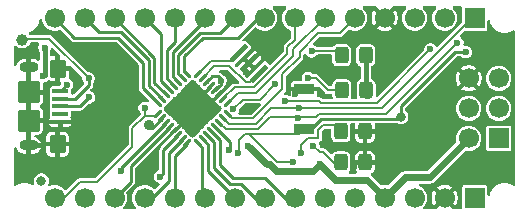
<source format=gbr>
%TF.GenerationSoftware,KiCad,Pcbnew,9.0.1*%
%TF.CreationDate,2025-04-21T22:05:37-04:00*%
%TF.ProjectId,nano_original,6e616e6f-5f6f-4726-9967-696e616c2e6b,rev?*%
%TF.SameCoordinates,Original*%
%TF.FileFunction,Copper,L1,Top*%
%TF.FilePolarity,Positive*%
%FSLAX46Y46*%
G04 Gerber Fmt 4.6, Leading zero omitted, Abs format (unit mm)*
G04 Created by KiCad (PCBNEW 9.0.1) date 2025-04-21 22:05:37*
%MOMM*%
%LPD*%
G01*
G04 APERTURE LIST*
G04 Aperture macros list*
%AMRoundRect*
0 Rectangle with rounded corners*
0 $1 Rounding radius*
0 $2 $3 $4 $5 $6 $7 $8 $9 X,Y pos of 4 corners*
0 Add a 4 corners polygon primitive as box body*
4,1,4,$2,$3,$4,$5,$6,$7,$8,$9,$2,$3,0*
0 Add four circle primitives for the rounded corners*
1,1,$1+$1,$2,$3*
1,1,$1+$1,$4,$5*
1,1,$1+$1,$6,$7*
1,1,$1+$1,$8,$9*
0 Add four rect primitives between the rounded corners*
20,1,$1+$1,$2,$3,$4,$5,0*
20,1,$1+$1,$4,$5,$6,$7,0*
20,1,$1+$1,$6,$7,$8,$9,0*
20,1,$1+$1,$8,$9,$2,$3,0*%
%AMRotRect*
0 Rectangle, with rotation*
0 The origin of the aperture is its center*
0 $1 length*
0 $2 width*
0 $3 Rotation angle, in degrees counterclockwise*
0 Add horizontal line*
21,1,$1,$2,0,0,$3*%
G04 Aperture macros list end*
%TA.AperFunction,SMDPad,CuDef*%
%ADD10RotRect,0.400000X1.900000X315.000000*%
%TD*%
%TA.AperFunction,ComponentPad*%
%ADD11C,1.700000*%
%TD*%
%TA.AperFunction,ComponentPad*%
%ADD12R,1.700000X1.700000*%
%TD*%
%TA.AperFunction,SMDPad,CuDef*%
%ADD13R,1.700000X0.900000*%
%TD*%
%TA.AperFunction,SMDPad,CuDef*%
%ADD14RoundRect,0.250000X-0.325000X-0.450000X0.325000X-0.450000X0.325000X0.450000X-0.325000X0.450000X0*%
%TD*%
%TA.AperFunction,SMDPad,CuDef*%
%ADD15RoundRect,0.250000X0.325000X0.450000X-0.325000X0.450000X-0.325000X-0.450000X0.325000X-0.450000X0*%
%TD*%
%TA.AperFunction,SMDPad,CuDef*%
%ADD16C,1.000000*%
%TD*%
%TA.AperFunction,SMDPad,CuDef*%
%ADD17RoundRect,0.100000X-0.575000X0.100000X-0.575000X-0.100000X0.575000X-0.100000X0.575000X0.100000X0*%
%TD*%
%TA.AperFunction,HeatsinkPad*%
%ADD18O,1.600000X0.900000*%
%TD*%
%TA.AperFunction,SMDPad,CuDef*%
%ADD19RoundRect,0.250000X-0.450000X0.550000X-0.450000X-0.550000X0.450000X-0.550000X0.450000X0.550000X0*%
%TD*%
%TA.AperFunction,SMDPad,CuDef*%
%ADD20RoundRect,0.250000X-0.700000X0.700000X-0.700000X-0.700000X0.700000X-0.700000X0.700000X0.700000X0*%
%TD*%
%TA.AperFunction,SMDPad,CuDef*%
%ADD21RoundRect,0.062500X0.220971X0.309359X-0.309359X-0.220971X-0.220971X-0.309359X0.309359X0.220971X0*%
%TD*%
%TA.AperFunction,SMDPad,CuDef*%
%ADD22RoundRect,0.062500X-0.220971X0.309359X-0.309359X0.220971X0.220971X-0.309359X0.309359X-0.220971X0*%
%TD*%
%TA.AperFunction,HeatsinkPad*%
%ADD23RotRect,3.100000X3.100000X225.000000*%
%TD*%
%TA.AperFunction,ViaPad*%
%ADD24C,0.812800*%
%TD*%
%TA.AperFunction,ViaPad*%
%ADD25C,0.800000*%
%TD*%
%TA.AperFunction,ViaPad*%
%ADD26C,0.600000*%
%TD*%
%TA.AperFunction,ViaPad*%
%ADD27C,0.906400*%
%TD*%
%TA.AperFunction,Conductor*%
%ADD28C,0.200000*%
%TD*%
%TA.AperFunction,Conductor*%
%ADD29C,0.250000*%
%TD*%
%TA.AperFunction,Conductor*%
%ADD30C,0.254000*%
%TD*%
%TA.AperFunction,Conductor*%
%ADD31C,0.600000*%
%TD*%
%TA.AperFunction,Conductor*%
%ADD32C,0.609600*%
%TD*%
%TA.AperFunction,Conductor*%
%ADD33C,0.400000*%
%TD*%
G04 APERTURE END LIST*
D10*
%TO.P,Y1,1,1*%
%TO.N,Net-(U3-XTAL2{slash}PB7)*%
X78575000Y-78400000D03*
%TO.P,Y1,2,2*%
%TO.N,GND*%
X79423528Y-79248528D03*
%TO.P,Y1,3,3*%
%TO.N,Net-(U3-XTAL1{slash}PB6)*%
X80272056Y-80097056D03*
%TD*%
D11*
%TO.P,J2,15,Pin_15*%
%TO.N,/D12{slash}MISO*%
X62980000Y-75390000D03*
%TO.P,J2,14,Pin_14*%
%TO.N,/D11{slash}MOSI*%
X65520000Y-75390000D03*
%TO.P,J2,13,Pin_13*%
%TO.N,/D10*%
X68060000Y-75390000D03*
%TO.P,J2,12,Pin_12*%
%TO.N,/D9*%
X70600000Y-75390000D03*
%TO.P,J2,11,Pin_11*%
%TO.N,/D8*%
X73140000Y-75390000D03*
%TO.P,J2,10,Pin_10*%
%TO.N,/D7*%
X75680000Y-75390000D03*
%TO.P,J2,9,Pin_9*%
%TO.N,/D6*%
X78220000Y-75390000D03*
%TO.P,J2,8,Pin_8*%
%TO.N,/D5*%
X80760000Y-75390000D03*
%TO.P,J2,7,Pin_7*%
%TO.N,/D4*%
X83300000Y-75390000D03*
%TO.P,J2,6,Pin_6*%
%TO.N,/D3*%
X85840000Y-75390000D03*
%TO.P,J2,5,Pin_5*%
%TO.N,/D2*%
X88380000Y-75390000D03*
%TO.P,J2,4,Pin_4*%
%TO.N,GND*%
X90920000Y-75390000D03*
%TO.P,J2,3,Pin_3*%
%TO.N,/RESET*%
X93460000Y-75390000D03*
%TO.P,J2,2,Pin_2*%
%TO.N,/D0{slash}RX*%
X96000000Y-75390000D03*
D12*
%TO.P,J2,1,Pin_1*%
%TO.N,/D1{slash}TX*%
X98540000Y-75390000D03*
%TD*%
%TO.P,J3,1,Pin_1*%
%TO.N,VIN*%
X98540000Y-90630000D03*
D11*
%TO.P,J3,2,Pin_2*%
%TO.N,GND*%
X96000000Y-90630000D03*
%TO.P,J3,3,Pin_3*%
%TO.N,/RESET*%
X93460000Y-90630000D03*
%TO.P,J3,4,Pin_4*%
%TO.N,+5V*%
X90920000Y-90630000D03*
%TO.P,J3,5,Pin_5*%
%TO.N,/A7*%
X88380000Y-90630000D03*
%TO.P,J3,6,Pin_6*%
%TO.N,/A6*%
X85840000Y-90630000D03*
%TO.P,J3,7,Pin_7*%
%TO.N,/A5*%
X83300000Y-90630000D03*
%TO.P,J3,8,Pin_8*%
%TO.N,/A4*%
X80760000Y-90630000D03*
%TO.P,J3,9,Pin_9*%
%TO.N,/A3*%
X78220000Y-90630000D03*
%TO.P,J3,10,Pin_10*%
%TO.N,/A2*%
X75680000Y-90630000D03*
%TO.P,J3,11,Pin_11*%
%TO.N,/A1*%
X73140000Y-90630000D03*
%TO.P,J3,12,Pin_12*%
%TO.N,/A0*%
X70600000Y-90630000D03*
%TO.P,J3,13,Pin_13*%
%TO.N,/AREF*%
X68060000Y-90630000D03*
%TO.P,J3,14,Pin_14*%
%TO.N,+3.3V*%
X65520000Y-90630000D03*
%TO.P,J3,15,Pin_15*%
%TO.N,/D13{slash}SCK*%
X62980000Y-90630000D03*
%TD*%
D13*
%TO.P,SW1,1,1*%
%TO.N,GND*%
X84125000Y-81425000D03*
%TO.P,SW1,2,2*%
%TO.N,/RESET*%
X84125000Y-84825000D03*
%TD*%
D14*
%TO.P,D4,1,K*%
%TO.N,Net-(D4-K)*%
X87275000Y-78550000D03*
%TO.P,D4,2,A*%
%TO.N,+5V*%
X89325000Y-78550000D03*
%TD*%
D15*
%TO.P,D1,1,K*%
%TO.N,GND*%
X89275000Y-85000000D03*
%TO.P,D1,2,A*%
%TO.N,Net-(D1-A)*%
X87225000Y-85000000D03*
%TD*%
D12*
%TO.P,J4,1,Pin_1*%
%TO.N,/D12{slash}MISO*%
X100575000Y-85590000D03*
D11*
%TO.P,J4,2,Pin_2*%
%TO.N,+5V*%
X98035000Y-85590000D03*
%TO.P,J4,3,Pin_3*%
%TO.N,/D13{slash}SCK*%
X100575000Y-83050000D03*
%TO.P,J4,4,Pin_4*%
%TO.N,/D11{slash}MOSI*%
X98035000Y-83050000D03*
%TO.P,J4,5,Pin_5*%
%TO.N,/RESET*%
X100575000Y-80510000D03*
%TO.P,J4,6,Pin_6*%
%TO.N,GND*%
X98035000Y-80510000D03*
%TD*%
D15*
%TO.P,D5,1,K*%
%TO.N,GND*%
X89275000Y-87625000D03*
%TO.P,D5,2,A*%
%TO.N,Net-(D5-A)*%
X87225000Y-87625000D03*
%TD*%
D14*
%TO.P,D3,1,K*%
%TO.N,Net-(D3-K)*%
X87300000Y-81500000D03*
%TO.P,D3,2,A*%
%TO.N,+5V*%
X89350000Y-81500000D03*
%TD*%
D16*
%TO.P,TP2,1,1*%
%TO.N,Net-(J1-D-)*%
X60225000Y-77225000D03*
%TD*%
D17*
%TO.P,J1,1,VBUS*%
%TO.N,Net-(J1-VBUS)*%
X63465000Y-81585000D03*
%TO.P,J1,2,D-*%
%TO.N,Net-(J1-D-)*%
X63465000Y-82235000D03*
%TO.P,J1,3,D+*%
%TO.N,Net-(J1-D+)*%
X63465000Y-82885000D03*
%TO.P,J1,4,ID*%
%TO.N,unconnected-(J1-ID-Pad4)*%
X63465000Y-83535000D03*
%TO.P,J1,5,GND*%
%TO.N,GND*%
X63465000Y-84185000D03*
D18*
%TO.P,J1,6,Shield*%
X60790000Y-79585000D03*
D19*
X63240000Y-79685000D03*
D20*
X60790000Y-81685000D03*
X60790000Y-84085000D03*
D19*
X63240000Y-86085000D03*
D18*
X60790000Y-86185000D03*
%TD*%
D21*
%TO.P,U3,1,PD3*%
%TO.N,/D3*%
X77625010Y-82574664D03*
%TO.P,U3,2,PD4*%
%TO.N,/D4*%
X77271456Y-82221111D03*
%TO.P,U3,3,GND*%
%TO.N,GND*%
X76917903Y-81867557D03*
%TO.P,U3,4,VCC*%
%TO.N,+5V*%
X76564349Y-81514004D03*
%TO.P,U3,5,GND*%
%TO.N,GND*%
X76210796Y-81160451D03*
%TO.P,U3,6,VCC*%
%TO.N,+5V*%
X75857243Y-80806897D03*
%TO.P,U3,7,XTAL1/PB6*%
%TO.N,Net-(U3-XTAL1{slash}PB6)*%
X75503689Y-80453344D03*
%TO.P,U3,8,XTAL2/PB7*%
%TO.N,Net-(U3-XTAL2{slash}PB7)*%
X75150136Y-80099790D03*
D22*
%TO.P,U3,9,PD5*%
%TO.N,/D5*%
X74177864Y-80099790D03*
%TO.P,U3,10,PD6*%
%TO.N,/D6*%
X73824311Y-80453344D03*
%TO.P,U3,11,PD7*%
%TO.N,/D7*%
X73470757Y-80806897D03*
%TO.P,U3,12,PB0*%
%TO.N,/D8*%
X73117204Y-81160451D03*
%TO.P,U3,13,PB1*%
%TO.N,/D9*%
X72763651Y-81514004D03*
%TO.P,U3,14,PB2*%
%TO.N,/D10*%
X72410097Y-81867557D03*
%TO.P,U3,15,PB3*%
%TO.N,/D11{slash}MOSI*%
X72056544Y-82221111D03*
%TO.P,U3,16,PB4*%
%TO.N,/D12{slash}MISO*%
X71702990Y-82574664D03*
D21*
%TO.P,U3,17,PB5*%
%TO.N,/D13{slash}SCK*%
X71702990Y-83546936D03*
%TO.P,U3,18,AVCC*%
%TO.N,+5V*%
X72056544Y-83900489D03*
%TO.P,U3,19,ADC6*%
%TO.N,/A6*%
X72410097Y-84254043D03*
%TO.P,U3,20,AREF*%
%TO.N,/AREF*%
X72763651Y-84607596D03*
%TO.P,U3,21,GND*%
%TO.N,GND*%
X73117204Y-84961149D03*
%TO.P,U3,22,ADC7*%
%TO.N,/A7*%
X73470757Y-85314703D03*
%TO.P,U3,23,PC0*%
%TO.N,/A0*%
X73824311Y-85668256D03*
%TO.P,U3,24,PC1*%
%TO.N,/A1*%
X74177864Y-86021810D03*
D22*
%TO.P,U3,25,PC2*%
%TO.N,/A2*%
X75150136Y-86021810D03*
%TO.P,U3,26,PC3*%
%TO.N,/A3*%
X75503689Y-85668256D03*
%TO.P,U3,27,PC4*%
%TO.N,/A4*%
X75857243Y-85314703D03*
%TO.P,U3,28,PC5*%
%TO.N,/A5*%
X76210796Y-84961149D03*
%TO.P,U3,29,~{RESET}/PC6*%
%TO.N,Net-(U3-~{RESET}{slash}PC6)*%
X76564349Y-84607596D03*
%TO.P,U3,30,PD0*%
%TO.N,/D0{slash}RX*%
X76917903Y-84254043D03*
%TO.P,U3,31,PD1*%
%TO.N,/D1{slash}TX*%
X77271456Y-83900489D03*
%TO.P,U3,32,PD2*%
%TO.N,/D2*%
X77625010Y-83546936D03*
D23*
%TO.P,U3,33,GND*%
%TO.N,GND*%
X74664000Y-83060800D03*
%TD*%
D24*
%TO.N,*%
X61862400Y-89182200D03*
D25*
%TO.N,/RESET*%
X92315707Y-83747377D03*
D26*
X97788084Y-78275000D03*
X78493651Y-86800000D03*
X83180002Y-87550000D03*
%TO.N,+5V*%
X89500000Y-82000000D03*
X85450000Y-87800000D03*
X79375000Y-86225000D03*
X77029778Y-80698703D03*
X80949265Y-87799265D03*
D27*
X70972500Y-84497500D03*
D26*
%TO.N,VUSB*%
X62133600Y-77900000D03*
X62040210Y-80285000D03*
%TO.N,/A7*%
X71906644Y-88823000D03*
%TO.N,/D1{slash}TX*%
X83675000Y-83050000D03*
%TO.N,/D0{slash}RX*%
X97086765Y-77486765D03*
X83625985Y-83861312D03*
%TO.N,/A6*%
X68572001Y-88350000D03*
%TO.N,/D13{slash}SCK*%
X70600000Y-83000000D03*
X94797885Y-78052115D03*
X78100735Y-83124265D03*
X82528215Y-82446785D03*
X81630180Y-81025000D03*
%TO.N,GND*%
X93400000Y-85125000D03*
X79150000Y-79950000D03*
X100250000Y-77725000D03*
X67250000Y-78950000D03*
X91400000Y-85225000D03*
X79800000Y-82900000D03*
X67975000Y-83825000D03*
X71573000Y-86826577D03*
X101000000Y-87850000D03*
X83300000Y-81846785D03*
X63240000Y-79685000D03*
X74664000Y-82825000D03*
X88299999Y-87979566D03*
X65150000Y-83775000D03*
X69800000Y-81750000D03*
X91150000Y-88000000D03*
X70325000Y-88375000D03*
X78038235Y-80561765D03*
X96775000Y-79700000D03*
X93300000Y-87850000D03*
%TO.N,Net-(D1-A)*%
X83820000Y-86825000D03*
%TO.N,Net-(D3-K)*%
X84424998Y-80474998D03*
%TO.N,Net-(D4-K)*%
X84745000Y-78225000D03*
%TO.N,Net-(J1-VBUS)*%
X64016182Y-81028685D03*
%TO.N,Net-(J1-D+)*%
X65890000Y-82110000D03*
%TO.N,Net-(U3-~{RESET}{slash}PC6)*%
X77712638Y-86566960D03*
%TO.N,Net-(J1-D-)*%
X65858080Y-80516920D03*
%TO.N,Net-(D5-A)*%
X84901000Y-86225000D03*
%TD*%
D28*
%TO.N,Net-(D5-A)*%
X86651472Y-87675000D02*
X87225000Y-87675000D01*
X85437765Y-86761765D02*
X85738237Y-86761765D01*
X85738237Y-86761765D02*
X86651472Y-87675000D01*
X84901000Y-86225000D02*
X85437765Y-86761765D01*
%TO.N,Net-(D1-A)*%
X85677454Y-84450000D02*
X87225000Y-84450000D01*
X85276000Y-84851454D02*
X85677454Y-84450000D01*
X83820000Y-86155000D02*
X84399000Y-85576000D01*
X85276000Y-85576000D02*
X85276000Y-84851454D01*
X87225000Y-84450000D02*
X87225000Y-85000000D01*
X83820000Y-86825000D02*
X83820000Y-86155000D01*
X84399000Y-85576000D02*
X85276000Y-85576000D01*
%TO.N,Net-(D4-K)*%
X86875000Y-78150000D02*
X87275000Y-78550000D01*
X84820000Y-78150000D02*
X86875000Y-78150000D01*
X84745000Y-78225000D02*
X84820000Y-78150000D01*
%TO.N,Net-(D3-K)*%
X85074998Y-80474998D02*
X86100000Y-81500000D01*
X84424998Y-80474998D02*
X85074998Y-80474998D01*
X86100000Y-81500000D02*
X87300000Y-81500000D01*
%TO.N,/RESET*%
X83682600Y-85242400D02*
X84125000Y-84800000D01*
X79482600Y-85242400D02*
X83682600Y-85242400D01*
D29*
X85575000Y-83950000D02*
X84725000Y-84800000D01*
X92113084Y-83950000D02*
X85575000Y-83950000D01*
X92315707Y-83747377D02*
X92113084Y-83950000D01*
X84725000Y-84800000D02*
X84125000Y-84800000D01*
D30*
%TO.N,/AREF*%
X72754812Y-84616435D02*
X69425000Y-87946247D01*
X69425000Y-87946247D02*
X69425000Y-89265000D01*
X69425000Y-89265000D02*
X68060000Y-90630000D01*
D28*
%TO.N,/RESET*%
X81790200Y-87550000D02*
X79482600Y-85242400D01*
X78493651Y-86800000D02*
X78625000Y-86668651D01*
X78625000Y-86668651D02*
X78625000Y-85725000D01*
D29*
X92315707Y-82860277D02*
X96900984Y-78275000D01*
X92315707Y-83747377D02*
X92315707Y-82860277D01*
D28*
X83180002Y-87550000D02*
X81790200Y-87550000D01*
X78625000Y-85725000D02*
X79107600Y-85242400D01*
X79107600Y-85242400D02*
X79482600Y-85242400D01*
D29*
X96900984Y-78275000D02*
X97788084Y-78275000D01*
D30*
%TO.N,+5V*%
X76926879Y-81148121D02*
X76926879Y-81151474D01*
D31*
X82847216Y-88350000D02*
X82848216Y-88351000D01*
X85450000Y-87800000D02*
X86750000Y-89100000D01*
D30*
X77029778Y-80698703D02*
X77029778Y-80546020D01*
X77029778Y-80546020D02*
X76833758Y-80350000D01*
X76833758Y-80350000D02*
X76314140Y-80350000D01*
D32*
X94725000Y-88900000D02*
X92650000Y-88900000D01*
D30*
X76926879Y-81151474D02*
X76573188Y-81505165D01*
D31*
X86750000Y-89100000D02*
X89390000Y-89100000D01*
X84900000Y-88350000D02*
X85450000Y-87800000D01*
X82848216Y-88351000D02*
X83511788Y-88351000D01*
D33*
X89325000Y-78550000D02*
X89325000Y-81475000D01*
D32*
X92650000Y-88900000D02*
X90920000Y-90630000D01*
D28*
X89500000Y-81650000D02*
X89500000Y-82000000D01*
D31*
X83511788Y-88351000D02*
X83512788Y-88350000D01*
D32*
X80949265Y-87799265D02*
X79375000Y-86225000D01*
D30*
X76314140Y-80350000D02*
X75866082Y-80798058D01*
D31*
X89390000Y-89100000D02*
X90920000Y-90630000D01*
X81189523Y-87799265D02*
X81740258Y-88350000D01*
D30*
X77029778Y-80698703D02*
X77029778Y-81045222D01*
D32*
X98035000Y-85590000D02*
X94725000Y-88900000D01*
D31*
X80949265Y-87799265D02*
X81189523Y-87799265D01*
D28*
X89325000Y-81475000D02*
X89500000Y-81650000D01*
D31*
X81740258Y-88350000D02*
X82847216Y-88350000D01*
X83512788Y-88350000D02*
X84900000Y-88350000D01*
D30*
X70972500Y-84497500D02*
X71175000Y-84700000D01*
X71175000Y-84700000D02*
X71257033Y-84700000D01*
X71257033Y-84700000D02*
X72047705Y-83909328D01*
X77029778Y-81045222D02*
X76926879Y-81148121D01*
D33*
%TO.N,VUSB*%
X62150000Y-77916400D02*
X62133600Y-77900000D01*
X62139000Y-77905400D02*
X62133600Y-77900000D01*
X62133600Y-77891400D02*
X62133600Y-77900000D01*
X62040210Y-80285000D02*
X62139000Y-80186210D01*
X62139000Y-80186210D02*
X62139000Y-77905400D01*
D28*
%TO.N,/D3*%
X78469673Y-81730000D02*
X80038468Y-81730000D01*
X77633848Y-82565825D02*
X78469673Y-81730000D01*
X83155000Y-78613467D02*
X83155000Y-78071890D01*
X83155000Y-78071890D02*
X83171890Y-78055000D01*
X83171890Y-78055000D02*
X83175000Y-78055000D01*
X80038468Y-81730000D02*
X83155000Y-78613467D01*
X83175000Y-78055000D02*
X85840000Y-75390000D01*
D30*
%TO.N,/D5*%
X73970000Y-79891927D02*
X73970000Y-78649400D01*
X75527600Y-77091800D02*
X75528080Y-77092280D01*
X75528080Y-77092280D02*
X78498920Y-77092280D01*
X78498920Y-77092280D02*
X80201200Y-75390000D01*
X74169025Y-80090952D02*
X73970000Y-79891927D01*
X73970000Y-78649400D02*
X75527600Y-77091800D01*
X80201200Y-75390000D02*
X80760000Y-75390000D01*
%TO.N,/D6*%
X73470000Y-78489000D02*
X75324400Y-76634600D01*
X75324400Y-76634600D02*
X76975400Y-76634600D01*
X76975400Y-76634600D02*
X78220000Y-75390000D01*
X73470000Y-80099033D02*
X73470000Y-78489000D01*
X73815472Y-80444505D02*
X73470000Y-80099033D01*
D28*
%TO.N,/D4*%
X83300000Y-77283422D02*
X82700000Y-77883422D01*
X79850000Y-81275000D02*
X78217567Y-81275000D01*
X82700000Y-78425000D02*
X79850000Y-81275000D01*
X78217567Y-81275000D02*
X77280295Y-82212272D01*
X82700000Y-77883422D02*
X82700000Y-78425000D01*
X83300000Y-75390000D02*
X83300000Y-77283422D01*
D30*
%TO.N,/D7*%
X72970000Y-78300000D02*
X75680000Y-75590000D01*
X73461918Y-80798058D02*
X72970000Y-80306140D01*
X72970000Y-80306140D02*
X72970000Y-78300000D01*
X75680000Y-75390000D02*
X75680000Y-75590000D01*
%TO.N,/A7*%
X72200000Y-88529644D02*
X72200000Y-86585460D01*
X73470757Y-85314703D02*
X73461918Y-85323542D01*
X72200000Y-86585460D02*
X73470757Y-85314703D01*
X71906644Y-88823000D02*
X72200000Y-88529644D01*
D28*
%TO.N,/D1{slash}TX*%
X83675000Y-83050000D02*
X83676920Y-83048080D01*
X83676920Y-83048080D02*
X85192813Y-83048080D01*
X85198894Y-83042000D02*
X90683000Y-83042000D01*
X79992800Y-84357200D02*
X77728161Y-84357200D01*
X81301920Y-83048080D02*
X79992800Y-84357200D01*
X85192813Y-83048080D02*
X85198894Y-83042000D01*
X83673080Y-83048080D02*
X81301920Y-83048080D01*
X90683000Y-83042000D02*
X98335000Y-75390000D01*
X98335000Y-75390000D02*
X98540000Y-75390000D01*
X77728161Y-84357200D02*
X77280293Y-83909332D01*
X83675000Y-83050000D02*
X83673080Y-83048080D01*
%TO.N,/D0{slash}RX*%
X77478260Y-84814400D02*
X76926742Y-84262882D01*
X91076530Y-83497000D02*
X85387361Y-83497000D01*
X83605572Y-83861312D02*
X83529260Y-83785000D01*
X97086765Y-77486765D02*
X91076530Y-83497000D01*
X83529260Y-83785000D02*
X81211578Y-83785000D01*
X83702297Y-83785000D02*
X83625985Y-83861312D01*
X81211578Y-83785000D02*
X80182178Y-84814400D01*
X85099362Y-83785000D02*
X83702297Y-83785000D01*
X85387361Y-83497000D02*
X85099362Y-83785000D01*
X80182178Y-84814400D02*
X77478260Y-84814400D01*
X83625985Y-83861312D02*
X83605572Y-83861312D01*
D30*
%TO.N,/A6*%
X68572001Y-88297001D02*
X68572001Y-88092139D01*
X68572001Y-88092139D02*
X72401258Y-84262882D01*
%TO.N,/D11{slash}MOSI*%
X65520000Y-75390000D02*
X66739680Y-76609680D01*
X68618320Y-76609680D02*
X68618800Y-76609200D01*
X66739680Y-76609680D02*
X68618320Y-76609680D01*
X72047705Y-82212272D02*
X70970000Y-81134567D01*
X70970000Y-78960400D02*
X68618800Y-76609200D01*
X70970000Y-81134567D02*
X70970000Y-78960400D01*
%TO.N,/A3*%
X75512528Y-85677095D02*
X75970000Y-86134567D01*
X75970000Y-86134567D02*
X75970000Y-88380000D01*
X75970000Y-88380000D02*
X78220000Y-90630000D01*
%TO.N,/A0*%
X71245000Y-90630000D02*
X72670000Y-89205000D01*
X72670000Y-86822567D02*
X73815472Y-85677095D01*
X72670000Y-89205000D02*
X72670000Y-86822567D01*
X70600000Y-90630000D02*
X71245000Y-90630000D01*
%TO.N,/A4*%
X77795000Y-89425000D02*
X78775000Y-89425000D01*
X75866082Y-85323542D02*
X76470000Y-85927460D01*
X79980000Y-90630000D02*
X80760000Y-90630000D01*
X78775000Y-89425000D02*
X79980000Y-90630000D01*
X76470000Y-85927460D02*
X76470000Y-88100000D01*
X76470000Y-88100000D02*
X77795000Y-89425000D01*
%TO.N,/D10*%
X71426720Y-80884180D02*
X71426720Y-78756720D01*
X72401258Y-81858718D02*
X71426720Y-80884180D01*
X71426720Y-78756720D02*
X68060000Y-75390000D01*
D28*
%TO.N,/D13{slash}SCK*%
X85396785Y-82446785D02*
X85550000Y-82600000D01*
X84348943Y-82451000D02*
X84353158Y-82446785D01*
X81625000Y-81025000D02*
X80350000Y-82300000D01*
X85550000Y-82600000D02*
X90250000Y-82600000D01*
X90250000Y-82600000D02*
X94797885Y-78052115D01*
X83851057Y-82451000D02*
X84348943Y-82451000D01*
X63790000Y-90630000D02*
X65120000Y-89300000D01*
X80350000Y-82300000D02*
X78925000Y-82300000D01*
X69575000Y-84725000D02*
X70600000Y-83700000D01*
X83846842Y-82446785D02*
X83851057Y-82451000D01*
X70600000Y-83700000D02*
X71549927Y-83700000D01*
X69575000Y-86295000D02*
X69575000Y-84725000D01*
X66570000Y-89300000D02*
X69575000Y-86295000D01*
X65120000Y-89300000D02*
X66570000Y-89300000D01*
X84353158Y-82446785D02*
X85396785Y-82446785D01*
X78925000Y-82300000D02*
X78100735Y-83124265D01*
X71549927Y-83700000D02*
X71694152Y-83555775D01*
X71702990Y-83546936D02*
X71671936Y-83546936D01*
X70600000Y-83700000D02*
X70600000Y-83000000D01*
X62980000Y-90630000D02*
X63790000Y-90630000D01*
X82528215Y-82446785D02*
X83846842Y-82446785D01*
X81630180Y-81025000D02*
X81625000Y-81025000D01*
D30*
%TO.N,/D8*%
X72470000Y-80513247D02*
X72470000Y-78100000D01*
X73140000Y-75390000D02*
X73140000Y-77430000D01*
X73140000Y-77430000D02*
X72470000Y-78100000D01*
X73108365Y-81151612D02*
X72470000Y-80513247D01*
%TO.N,/D12{slash}MISO*%
X71694152Y-82565825D02*
X70470000Y-81341673D01*
X62980000Y-75390000D02*
X64656400Y-77066400D01*
X70470000Y-81341673D02*
X70470000Y-79197000D01*
X68339400Y-77066400D02*
X64656400Y-77066400D01*
X70470000Y-79197000D02*
X68339400Y-77066400D01*
%TO.N,/D9*%
X71970000Y-80720353D02*
X71970000Y-76760000D01*
X72754812Y-81505165D02*
X71970000Y-80720353D01*
X71970000Y-76760000D02*
X70600000Y-75390000D01*
%TO.N,/A1*%
X73140000Y-90630000D02*
X73140000Y-87059675D01*
X73140000Y-87059675D02*
X74169025Y-86030650D01*
%TO.N,/A2*%
X75469993Y-90419993D02*
X75469993Y-86341666D01*
X75680000Y-90630000D02*
X75469993Y-90419993D01*
X75469993Y-86341666D02*
X75158975Y-86030648D01*
D28*
%TO.N,/D2*%
X83725000Y-78241600D02*
X85306600Y-76660000D01*
X83725000Y-78700000D02*
X83725000Y-78241600D01*
X82275000Y-81425000D02*
X82275000Y-80150000D01*
X77633848Y-83555775D02*
X77978073Y-83900000D01*
X87110000Y-76660000D02*
X88380000Y-75390000D01*
X79800000Y-83900000D02*
X82275000Y-81425000D01*
X82275000Y-80150000D02*
X83725000Y-78700000D01*
X77978073Y-83900000D02*
X79800000Y-83900000D01*
X85306600Y-76660000D02*
X87110000Y-76660000D01*
D30*
%TO.N,/A5*%
X76970000Y-87870000D02*
X78050000Y-88950000D01*
X76970000Y-85720353D02*
X76970000Y-87870000D01*
X78050000Y-88950000D02*
X80775000Y-88950000D01*
X82455000Y-90630000D02*
X83300000Y-90630000D01*
X80775000Y-88950000D02*
X82455000Y-90630000D01*
X76219635Y-84969988D02*
X76970000Y-85720353D01*
D28*
%TO.N,GND*%
X67975000Y-83825000D02*
X67925000Y-83775000D01*
D30*
X76219635Y-81151612D02*
X74664000Y-82707247D01*
X74664000Y-83414353D02*
X74664000Y-83060800D01*
X74664000Y-82707247D02*
X74664000Y-82825000D01*
X74664000Y-82825000D02*
X74664000Y-83060800D01*
X75724660Y-83060800D02*
X74664000Y-83060800D01*
X73108365Y-84969988D02*
X74664000Y-83414353D01*
X76926742Y-81858718D02*
X75724660Y-83060800D01*
D29*
%TO.N,Net-(J1-VBUS)*%
X64016182Y-81028685D02*
X63465000Y-81579867D01*
X63465000Y-81579867D02*
X63465000Y-81585000D01*
%TO.N,Net-(J1-D+)*%
X65115000Y-82885000D02*
X63465000Y-82885000D01*
X65894700Y-82110000D02*
X65890000Y-82110000D01*
X65890000Y-82110000D02*
X65115000Y-82885000D01*
D28*
%TO.N,Net-(U3-XTAL2{slash}PB7)*%
X77950000Y-79050000D02*
X78600000Y-78400000D01*
X76199926Y-79050000D02*
X77950000Y-79050000D01*
X75150136Y-80099790D02*
X76199926Y-79050000D01*
%TO.N,Net-(U3-XTAL1{slash}PB6)*%
X78287178Y-79960765D02*
X78639235Y-80312822D01*
X79159500Y-80847000D02*
X79547112Y-80847000D01*
X78639235Y-80312822D02*
X78639235Y-80326735D01*
X76482033Y-79475000D02*
X77787500Y-79475000D01*
X79547112Y-80847000D02*
X80297056Y-80097056D01*
X75503689Y-80453344D02*
X76482033Y-79475000D01*
X78273265Y-79960765D02*
X78287178Y-79960765D01*
X77787500Y-79475000D02*
X78273265Y-79960765D01*
X78639235Y-80326735D02*
X79159500Y-80847000D01*
D29*
%TO.N,Net-(U3-~{RESET}{slash}PC6)*%
X77870000Y-85913247D02*
X76573188Y-84616435D01*
X77712638Y-86566960D02*
X77870000Y-86409598D01*
X77870000Y-86409598D02*
X77870000Y-85913247D01*
D28*
%TO.N,Net-(J1-D-)*%
X60225000Y-77225000D02*
X60312800Y-77137200D01*
D29*
X63340000Y-82235000D02*
X63315000Y-82210000D01*
X65862599Y-80521439D02*
X65862599Y-81087401D01*
X65862599Y-81087401D02*
X64715000Y-82235000D01*
D28*
X65858080Y-80516920D02*
X65862599Y-80521439D01*
X60312800Y-77137200D02*
X62478360Y-77137200D01*
X62478360Y-77137200D02*
X65858080Y-80516920D01*
D29*
X64715000Y-82235000D02*
X63465000Y-82235000D01*
%TD*%
%TA.AperFunction,Conductor*%
%TO.N,GND*%
G36*
X77665507Y-79822086D02*
G01*
X77684367Y-79837285D01*
X77852121Y-80005038D01*
X78009917Y-80162834D01*
X78009919Y-80162837D01*
X78071193Y-80224111D01*
X78100718Y-80241157D01*
X78109008Y-80248386D01*
X78110185Y-80250231D01*
X78114659Y-80253664D01*
X78346336Y-80485341D01*
X78364339Y-80508803D01*
X78375889Y-80528807D01*
X78375890Y-80528808D01*
X78599567Y-80752485D01*
X78630163Y-80808516D01*
X78625608Y-80872194D01*
X78587350Y-80923301D01*
X78527535Y-80945611D01*
X78519452Y-80945900D01*
X78174240Y-80945900D01*
X78090535Y-80968327D01*
X78015499Y-81011650D01*
X78015495Y-81011653D01*
X77590107Y-81437039D01*
X77588035Y-81438170D01*
X77586822Y-81440194D01*
X77560181Y-81453379D01*
X77534075Y-81467635D01*
X77531720Y-81467466D01*
X77529606Y-81468513D01*
X77502581Y-81469981D01*
X77492890Y-81469345D01*
X76519692Y-82442543D01*
X76536241Y-82455241D01*
X76625565Y-82487753D01*
X76676974Y-82525605D01*
X76692461Y-82553287D01*
X76709880Y-82598249D01*
X76725121Y-82617490D01*
X76875077Y-82767445D01*
X76894318Y-82782687D01*
X76969564Y-82811837D01*
X76987857Y-82825894D01*
X77008185Y-82836810D01*
X77014421Y-82846307D01*
X77020184Y-82850736D01*
X77027691Y-82862490D01*
X77031472Y-82869301D01*
X77063434Y-82951802D01*
X77078675Y-82971043D01*
X77099546Y-82991914D01*
X77107258Y-83005804D01*
X77110917Y-83022075D01*
X77118912Y-83036716D01*
X77117777Y-83052577D01*
X77121266Y-83068089D01*
X77115547Y-83083757D01*
X77114357Y-83100394D01*
X77103055Y-83117981D01*
X77099377Y-83128059D01*
X77093912Y-83132210D01*
X77088323Y-83140908D01*
X77078678Y-83150554D01*
X77063433Y-83169798D01*
X77034283Y-83245043D01*
X76995383Y-83295663D01*
X76969562Y-83309762D01*
X76894318Y-83338913D01*
X76894317Y-83338913D01*
X76894316Y-83338914D01*
X76875079Y-83354152D01*
X76875073Y-83354157D01*
X76725119Y-83504113D01*
X76709879Y-83523351D01*
X76680729Y-83598597D01*
X76641829Y-83649217D01*
X76616010Y-83663315D01*
X76540768Y-83692465D01*
X76540764Y-83692467D01*
X76521526Y-83707706D01*
X76521520Y-83707711D01*
X76371566Y-83857667D01*
X76356326Y-83876905D01*
X76327176Y-83952150D01*
X76288276Y-84002770D01*
X76262455Y-84016869D01*
X76187211Y-84046020D01*
X76187210Y-84046020D01*
X76187209Y-84046021D01*
X76167972Y-84061259D01*
X76167966Y-84061264D01*
X76018012Y-84211220D01*
X76002772Y-84230458D01*
X75973622Y-84305703D01*
X75934722Y-84356323D01*
X75908903Y-84370421D01*
X75833661Y-84399571D01*
X75833657Y-84399573D01*
X75814419Y-84414812D01*
X75814413Y-84414817D01*
X75664459Y-84564773D01*
X75649219Y-84584011D01*
X75620069Y-84659257D01*
X75581169Y-84709877D01*
X75555350Y-84723975D01*
X75480108Y-84753125D01*
X75480104Y-84753127D01*
X75460866Y-84768366D01*
X75460860Y-84768371D01*
X75310906Y-84918327D01*
X75295666Y-84937565D01*
X75266516Y-85012810D01*
X75227616Y-85063430D01*
X75201797Y-85077529D01*
X75167531Y-85090803D01*
X75126551Y-85106680D01*
X75126550Y-85106680D01*
X75126549Y-85106681D01*
X75107312Y-85121919D01*
X75107306Y-85121924D01*
X74957352Y-85271880D01*
X74942112Y-85291118D01*
X74912962Y-85366364D01*
X74898903Y-85384657D01*
X74887989Y-85404985D01*
X74878489Y-85411222D01*
X74874062Y-85416984D01*
X74862309Y-85424491D01*
X74855494Y-85428274D01*
X74772998Y-85460234D01*
X74753757Y-85475475D01*
X74732886Y-85496345D01*
X74718995Y-85504058D01*
X74702721Y-85507717D01*
X74688078Y-85515713D01*
X74672218Y-85514578D01*
X74656710Y-85518066D01*
X74641041Y-85512346D01*
X74624400Y-85511156D01*
X74606816Y-85499854D01*
X74596740Y-85496177D01*
X74592586Y-85490709D01*
X74583884Y-85485116D01*
X74574248Y-85475480D01*
X74555001Y-85460233D01*
X74479756Y-85431083D01*
X74429136Y-85392183D01*
X74415037Y-85366363D01*
X74385887Y-85291118D01*
X74370646Y-85271877D01*
X74220690Y-85121922D01*
X74212068Y-85115092D01*
X74201448Y-85106679D01*
X74201446Y-85106678D01*
X74126203Y-85077529D01*
X74075582Y-85038630D01*
X74061483Y-85012809D01*
X74059541Y-85007797D01*
X74032333Y-84937565D01*
X74017092Y-84918324D01*
X73867136Y-84768369D01*
X73847895Y-84753127D01*
X73847894Y-84753126D01*
X73802938Y-84735710D01*
X73752317Y-84696810D01*
X73737401Y-84668813D01*
X73704888Y-84579486D01*
X73692190Y-84562938D01*
X72711320Y-85543808D01*
X72710377Y-85556999D01*
X72704827Y-85565634D01*
X72703337Y-85572295D01*
X72695692Y-85579849D01*
X72684336Y-85597520D01*
X71981349Y-86300509D01*
X71915050Y-86366807D01*
X71915048Y-86366810D01*
X71868167Y-86448009D01*
X71843900Y-86538578D01*
X71843900Y-88205109D01*
X71825914Y-88266364D01*
X71777667Y-88308170D01*
X71759925Y-88314548D01*
X71702420Y-88329956D01*
X71702415Y-88329958D01*
X71581768Y-88399614D01*
X71483258Y-88498124D01*
X71413602Y-88618771D01*
X71413600Y-88618777D01*
X71377544Y-88753342D01*
X71377544Y-88892657D01*
X71413600Y-89027222D01*
X71413602Y-89027228D01*
X71419045Y-89036655D01*
X71483258Y-89147875D01*
X71581769Y-89246386D01*
X71702419Y-89316043D01*
X71791219Y-89339836D01*
X71845728Y-89373061D01*
X71873623Y-89430484D01*
X71866045Y-89493873D01*
X71842007Y-89529389D01*
X71513853Y-89857543D01*
X71457822Y-89888139D01*
X71394144Y-89883584D01*
X71353624Y-89857544D01*
X71302994Y-89806915D01*
X71302993Y-89806914D01*
X71302987Y-89806908D01*
X71165572Y-89707071D01*
X71014235Y-89629961D01*
X71014234Y-89629960D01*
X70992592Y-89622928D01*
X70852690Y-89577471D01*
X70852686Y-89577470D01*
X70852685Y-89577470D01*
X70852679Y-89577468D01*
X70699341Y-89553183D01*
X70684927Y-89550900D01*
X70515073Y-89550900D01*
X70500671Y-89553181D01*
X70347320Y-89577468D01*
X70347314Y-89577470D01*
X70347311Y-89577470D01*
X70347310Y-89577471D01*
X70294282Y-89594701D01*
X70185765Y-89629960D01*
X70185764Y-89629961D01*
X70034431Y-89707069D01*
X69897014Y-89806907D01*
X69897006Y-89806914D01*
X69776914Y-89927006D01*
X69776907Y-89927014D01*
X69729468Y-89992309D01*
X69682448Y-90057028D01*
X69677069Y-90064431D01*
X69599961Y-90215764D01*
X69599960Y-90215765D01*
X69588950Y-90249651D01*
X69549363Y-90371489D01*
X69547470Y-90377314D01*
X69547468Y-90377320D01*
X69520900Y-90545074D01*
X69520900Y-90714925D01*
X69547468Y-90882679D01*
X69547470Y-90882685D01*
X69547471Y-90882690D01*
X69561764Y-90926678D01*
X69599960Y-91044234D01*
X69599961Y-91044235D01*
X69677071Y-91195572D01*
X69776908Y-91332987D01*
X69776914Y-91332993D01*
X69850006Y-91406085D01*
X69880602Y-91462116D01*
X69876047Y-91525794D01*
X69837789Y-91576901D01*
X69777974Y-91599211D01*
X69769891Y-91599500D01*
X68890109Y-91599500D01*
X68828854Y-91581514D01*
X68787048Y-91533267D01*
X68777962Y-91470076D01*
X68804483Y-91412004D01*
X68809994Y-91406085D01*
X68883092Y-91332987D01*
X68982929Y-91195572D01*
X69060041Y-91044231D01*
X69112529Y-90882690D01*
X69113171Y-90878640D01*
X69139100Y-90714925D01*
X69139100Y-90545074D01*
X69135656Y-90523332D01*
X69128876Y-90480519D01*
X69112531Y-90377320D01*
X69112530Y-90377318D01*
X69112529Y-90377310D01*
X69061333Y-90219747D01*
X69059511Y-90155939D01*
X69088972Y-90104628D01*
X69709951Y-89483651D01*
X69756834Y-89402449D01*
X69781101Y-89311881D01*
X69781101Y-89218118D01*
X69781101Y-89211179D01*
X69781100Y-89211161D01*
X69781100Y-88140677D01*
X69799086Y-88079422D01*
X69814280Y-88060567D01*
X72480835Y-85394012D01*
X72488091Y-85390050D01*
X72493048Y-85383429D01*
X72515667Y-85374992D01*
X72536862Y-85363419D01*
X72538260Y-85363314D01*
X73028816Y-84872761D01*
X73515414Y-84386161D01*
X73498863Y-84373462D01*
X73409540Y-84340951D01*
X73358132Y-84303099D01*
X73342643Y-84275414D01*
X73342568Y-84275220D01*
X73325227Y-84230458D01*
X73309986Y-84211217D01*
X73160030Y-84061262D01*
X73145865Y-84050041D01*
X73140788Y-84046019D01*
X73140786Y-84046018D01*
X73065543Y-84016869D01*
X73014922Y-83977970D01*
X73000823Y-83952149D01*
X72992584Y-83930883D01*
X72971673Y-83876905D01*
X72956432Y-83857664D01*
X72806476Y-83707709D01*
X72787235Y-83692467D01*
X72787234Y-83692466D01*
X72711989Y-83663316D01*
X72661369Y-83624416D01*
X72647270Y-83598596D01*
X72618120Y-83523351D01*
X72602879Y-83504110D01*
X72452923Y-83354155D01*
X72443069Y-83346349D01*
X72433681Y-83338912D01*
X72433679Y-83338911D01*
X72358436Y-83309762D01*
X72340139Y-83295702D01*
X72319815Y-83284789D01*
X72313579Y-83275292D01*
X72307815Y-83270863D01*
X72300308Y-83259109D01*
X72296528Y-83252301D01*
X72264566Y-83169798D01*
X72249325Y-83150557D01*
X72228450Y-83129682D01*
X72220740Y-83115795D01*
X72217080Y-83099525D01*
X72209087Y-83084887D01*
X72210220Y-83069024D01*
X72206732Y-83053511D01*
X72212449Y-83037845D01*
X72213639Y-83021209D01*
X72224940Y-83003622D01*
X72228621Y-82993540D01*
X72234090Y-82989385D01*
X72239681Y-82980685D01*
X72249324Y-82971043D01*
X72264566Y-82951802D01*
X72293716Y-82876555D01*
X72332615Y-82825936D01*
X72358430Y-82811839D01*
X72433682Y-82782687D01*
X72452923Y-82767446D01*
X72602878Y-82617490D01*
X72618120Y-82598249D01*
X72647270Y-82523002D01*
X72686169Y-82472383D01*
X72711987Y-82458284D01*
X72787235Y-82429133D01*
X72806476Y-82413892D01*
X72956431Y-82263936D01*
X72971673Y-82244695D01*
X73000823Y-82169448D01*
X73039722Y-82118829D01*
X73065537Y-82104732D01*
X73140789Y-82075580D01*
X73160030Y-82060339D01*
X73309985Y-81910383D01*
X73325227Y-81891142D01*
X73354377Y-81815895D01*
X73393276Y-81765276D01*
X73419094Y-81751178D01*
X73494342Y-81722027D01*
X73513583Y-81706786D01*
X73663538Y-81556830D01*
X73678780Y-81537589D01*
X73707930Y-81462342D01*
X73746829Y-81411723D01*
X73772647Y-81397624D01*
X73847895Y-81368473D01*
X73867136Y-81353232D01*
X74017091Y-81203276D01*
X74032333Y-81184035D01*
X74061483Y-81108788D01*
X74100382Y-81058169D01*
X74126197Y-81044072D01*
X74201449Y-81014920D01*
X74220690Y-80999679D01*
X74370645Y-80849723D01*
X74385887Y-80830482D01*
X74415037Y-80755235D01*
X74429092Y-80736945D01*
X74440009Y-80716615D01*
X74449508Y-80710377D01*
X74453936Y-80704616D01*
X74465689Y-80697108D01*
X74472492Y-80693330D01*
X74555002Y-80661366D01*
X74574243Y-80646125D01*
X74595120Y-80625247D01*
X74609002Y-80617540D01*
X74625271Y-80613881D01*
X74639906Y-80605888D01*
X74655771Y-80607021D01*
X74671287Y-80603532D01*
X74686949Y-80609248D01*
X74703584Y-80610437D01*
X74721173Y-80621740D01*
X74731258Y-80625421D01*
X74735412Y-80630890D01*
X74744114Y-80636482D01*
X74753751Y-80646119D01*
X74753755Y-80646122D01*
X74753757Y-80646124D01*
X74764485Y-80654622D01*
X74772998Y-80661366D01*
X74773000Y-80661367D01*
X74848242Y-80690516D01*
X74898863Y-80729415D01*
X74912961Y-80755233D01*
X74942113Y-80830482D01*
X74957354Y-80849723D01*
X75107310Y-80999678D01*
X75126551Y-81014920D01*
X75201797Y-81044070D01*
X75252417Y-81082969D01*
X75266516Y-81108789D01*
X75270416Y-81118855D01*
X75295667Y-81184035D01*
X75310908Y-81203276D01*
X75460864Y-81353231D01*
X75472174Y-81362190D01*
X75480105Y-81368473D01*
X75480107Y-81368474D01*
X75525060Y-81385889D01*
X75575681Y-81424788D01*
X75590598Y-81452787D01*
X75623109Y-81542109D01*
X75635808Y-81558660D01*
X76042292Y-81152177D01*
X76049552Y-81148212D01*
X76054509Y-81141591D01*
X76077128Y-81133154D01*
X76098323Y-81121581D01*
X76106574Y-81122171D01*
X76114324Y-81119281D01*
X76137917Y-81124413D01*
X76162001Y-81126136D01*
X76170272Y-81131451D01*
X76176706Y-81132851D01*
X76202522Y-81152177D01*
X76219069Y-81168724D01*
X76249665Y-81224755D01*
X76245110Y-81288433D01*
X76219069Y-81328954D01*
X75812585Y-81735437D01*
X75829133Y-81748135D01*
X75918459Y-81780648D01*
X75969868Y-81818500D01*
X75985355Y-81846184D01*
X75997802Y-81878311D01*
X76002773Y-81891142D01*
X76018014Y-81910383D01*
X76167970Y-82060338D01*
X76187211Y-82075580D01*
X76232167Y-82092996D01*
X76282788Y-82131894D01*
X76297706Y-82159894D01*
X76330216Y-82249216D01*
X76342915Y-82265766D01*
X76829515Y-81779169D01*
X77318488Y-81290194D01*
X77320502Y-81281194D01*
X77319935Y-81263017D01*
X77327329Y-81250681D01*
X77330470Y-81236644D01*
X77331468Y-81234880D01*
X77361611Y-81182672D01*
X77378474Y-81119734D01*
X77407798Y-81068943D01*
X77453164Y-81023578D01*
X77522821Y-80902928D01*
X77558878Y-80768360D01*
X77558878Y-80629046D01*
X77557842Y-80625181D01*
X77536265Y-80544652D01*
X77522821Y-80494478D01*
X77519945Y-80489497D01*
X77453163Y-80373827D01*
X77354653Y-80275317D01*
X77234006Y-80205661D01*
X77234003Y-80205660D01*
X77207341Y-80198516D01*
X77156551Y-80169192D01*
X77052408Y-80065048D01*
X76966624Y-80015520D01*
X76922569Y-79969316D01*
X76910488Y-79906629D01*
X76934216Y-79847362D01*
X76986219Y-79810331D01*
X77023275Y-79804100D01*
X77604252Y-79804100D01*
X77665507Y-79822086D01*
G37*
%TD.AperFunction*%
%TA.AperFunction,Conductor*%
G36*
X99806596Y-75601052D02*
G01*
X99841111Y-75654758D01*
X99841839Y-75657354D01*
X99886588Y-75824360D01*
X99886589Y-75824364D01*
X99914392Y-75883986D01*
X99980148Y-76025000D01*
X100107124Y-76206340D01*
X100263660Y-76362876D01*
X100445000Y-76489852D01*
X100645634Y-76583410D01*
X100716911Y-76602508D01*
X100859457Y-76640704D01*
X100859463Y-76640705D01*
X100859467Y-76640706D01*
X101080000Y-76660000D01*
X101300533Y-76640706D01*
X101300537Y-76640704D01*
X101300542Y-76640704D01*
X101386875Y-76617570D01*
X101514366Y-76583410D01*
X101715000Y-76489852D01*
X101771216Y-76450488D01*
X101831707Y-76430089D01*
X101893626Y-76445632D01*
X101937314Y-76492183D01*
X101949500Y-76543300D01*
X101949500Y-89476699D01*
X101931514Y-89537954D01*
X101883267Y-89579760D01*
X101820076Y-89588846D01*
X101771215Y-89569509D01*
X101715004Y-89530150D01*
X101706104Y-89526000D01*
X101514366Y-89436590D01*
X101514364Y-89436589D01*
X101514360Y-89436588D01*
X101300542Y-89379295D01*
X101300530Y-89379293D01*
X101080000Y-89360000D01*
X100859469Y-89379293D01*
X100859457Y-89379295D01*
X100645639Y-89436588D01*
X100645635Y-89436589D01*
X100445001Y-89530147D01*
X100401529Y-89560587D01*
X100263660Y-89657124D01*
X100263658Y-89657125D01*
X100263655Y-89657128D01*
X100107128Y-89813655D01*
X100107125Y-89813658D01*
X100107124Y-89813660D01*
X100031169Y-89922134D01*
X99980147Y-89995001D01*
X99886589Y-90195635D01*
X99886588Y-90195639D01*
X99841839Y-90362645D01*
X99808612Y-90417158D01*
X99751188Y-90445052D01*
X99687799Y-90437473D01*
X99638571Y-90396826D01*
X99619132Y-90336017D01*
X99619100Y-90333321D01*
X99619100Y-89757440D01*
X99619099Y-89757434D01*
X99616700Y-89745373D01*
X99605807Y-89690610D01*
X99555172Y-89614828D01*
X99496646Y-89575723D01*
X99479389Y-89564192D01*
X99412565Y-89550900D01*
X99412562Y-89550900D01*
X97667438Y-89550900D01*
X97667434Y-89550900D01*
X97600610Y-89564192D01*
X97524828Y-89614828D01*
X97474192Y-89690610D01*
X97460900Y-89757434D01*
X97460900Y-91486200D01*
X97442914Y-91547455D01*
X97394667Y-91589261D01*
X97347600Y-91599500D01*
X96747022Y-91599500D01*
X96685767Y-91581514D01*
X96666907Y-91566315D01*
X96195227Y-91094635D01*
X96307007Y-91030099D01*
X96400099Y-90937007D01*
X96464635Y-90825227D01*
X96903744Y-91264336D01*
X96944228Y-91208617D01*
X96944230Y-91208613D01*
X97023114Y-91053794D01*
X97023115Y-91053792D01*
X97076816Y-90888516D01*
X97076818Y-90888510D01*
X97104000Y-90716885D01*
X97104000Y-90543114D01*
X97076818Y-90371489D01*
X97076816Y-90371483D01*
X97023115Y-90206207D01*
X97023114Y-90206205D01*
X96944227Y-90051379D01*
X96903744Y-89995662D01*
X96903744Y-89995661D01*
X96464634Y-90434771D01*
X96400099Y-90322993D01*
X96307007Y-90229901D01*
X96195226Y-90165364D01*
X96634337Y-89726254D01*
X96634336Y-89726253D01*
X96578620Y-89685773D01*
X96578620Y-89685772D01*
X96423794Y-89606885D01*
X96423792Y-89606884D01*
X96258516Y-89553183D01*
X96258510Y-89553181D01*
X96086886Y-89526000D01*
X95913114Y-89526000D01*
X95741489Y-89553181D01*
X95741483Y-89553183D01*
X95576207Y-89606884D01*
X95576205Y-89606885D01*
X95421378Y-89685774D01*
X95365661Y-89726254D01*
X95804772Y-90165365D01*
X95692993Y-90229901D01*
X95599901Y-90322993D01*
X95535365Y-90434772D01*
X95096254Y-89995661D01*
X95055774Y-90051378D01*
X94976885Y-90206205D01*
X94976884Y-90206207D01*
X94923183Y-90371483D01*
X94923181Y-90371489D01*
X94896000Y-90543114D01*
X94896000Y-90716885D01*
X94923181Y-90888510D01*
X94923183Y-90888516D01*
X94976884Y-91053792D01*
X94976885Y-91053794D01*
X95055772Y-91208620D01*
X95096253Y-91264336D01*
X95096254Y-91264337D01*
X95535364Y-90825226D01*
X95599901Y-90937007D01*
X95692993Y-91030099D01*
X95804772Y-91094634D01*
X95333091Y-91566315D01*
X95277059Y-91596911D01*
X95252976Y-91599500D01*
X94290109Y-91599500D01*
X94228854Y-91581514D01*
X94187048Y-91533267D01*
X94177962Y-91470076D01*
X94204483Y-91412004D01*
X94209994Y-91406085D01*
X94283092Y-91332987D01*
X94382929Y-91195572D01*
X94460041Y-91044231D01*
X94512529Y-90882690D01*
X94513171Y-90878640D01*
X94539100Y-90714925D01*
X94539100Y-90545076D01*
X94539100Y-90545074D01*
X94539100Y-90545073D01*
X94515620Y-90396826D01*
X94512531Y-90377320D01*
X94512530Y-90377317D01*
X94512529Y-90377310D01*
X94460041Y-90215769D01*
X94382929Y-90064428D01*
X94283092Y-89927013D01*
X94162987Y-89806908D01*
X94025572Y-89707071D01*
X93909935Y-89648151D01*
X93863522Y-89604316D01*
X93848176Y-89542348D01*
X93868769Y-89481919D01*
X93918763Y-89442217D01*
X93961372Y-89433900D01*
X94795288Y-89433900D01*
X94795289Y-89433900D01*
X94931078Y-89397516D01*
X95052822Y-89327226D01*
X97702823Y-86677223D01*
X97758852Y-86646629D01*
X97800658Y-86645435D01*
X97950073Y-86669100D01*
X97950076Y-86669100D01*
X98119926Y-86669100D01*
X98119927Y-86669100D01*
X98203856Y-86655807D01*
X98287679Y-86642531D01*
X98287680Y-86642530D01*
X98287690Y-86642529D01*
X98449231Y-86590041D01*
X98600572Y-86512929D01*
X98737987Y-86413092D01*
X98858092Y-86292987D01*
X98957929Y-86155572D01*
X99035041Y-86004231D01*
X99087529Y-85842690D01*
X99095517Y-85792259D01*
X99100785Y-85758996D01*
X99114100Y-85674927D01*
X99114100Y-85505073D01*
X99100148Y-85416984D01*
X99087531Y-85337320D01*
X99087530Y-85337317D01*
X99087529Y-85337310D01*
X99035041Y-85175769D01*
X98957929Y-85024428D01*
X98858092Y-84887013D01*
X98737987Y-84766908D01*
X98669891Y-84717434D01*
X99495900Y-84717434D01*
X99495900Y-86462565D01*
X99503372Y-86500125D01*
X99507020Y-86518468D01*
X99509193Y-86529389D01*
X99509192Y-86529389D01*
X99509193Y-86529390D01*
X99559828Y-86605172D01*
X99635610Y-86655807D01*
X99702438Y-86669100D01*
X99702441Y-86669100D01*
X101447559Y-86669100D01*
X101447562Y-86669100D01*
X101514390Y-86655807D01*
X101590172Y-86605172D01*
X101640807Y-86529390D01*
X101654100Y-86462562D01*
X101654100Y-84717438D01*
X101640807Y-84650610D01*
X101590172Y-84574828D01*
X101514390Y-84524193D01*
X101514389Y-84524192D01*
X101447565Y-84510900D01*
X101447562Y-84510900D01*
X99702438Y-84510900D01*
X99702434Y-84510900D01*
X99635610Y-84524192D01*
X99559828Y-84574828D01*
X99509192Y-84650610D01*
X99495900Y-84717434D01*
X98669891Y-84717434D01*
X98600572Y-84667071D01*
X98464957Y-84597972D01*
X98449235Y-84589961D01*
X98449234Y-84589960D01*
X98430925Y-84584011D01*
X98287690Y-84537471D01*
X98287686Y-84537470D01*
X98287685Y-84537470D01*
X98287679Y-84537468D01*
X98138687Y-84513871D01*
X98119927Y-84510900D01*
X97950073Y-84510900D01*
X97933199Y-84513572D01*
X97782320Y-84537468D01*
X97782314Y-84537470D01*
X97782311Y-84537470D01*
X97782310Y-84537471D01*
X97765934Y-84542792D01*
X97620765Y-84589960D01*
X97620764Y-84589961D01*
X97469431Y-84667069D01*
X97469428Y-84667070D01*
X97469428Y-84667071D01*
X97449331Y-84681672D01*
X97332014Y-84766907D01*
X97332006Y-84766914D01*
X97211914Y-84887006D01*
X97211907Y-84887014D01*
X97112069Y-85024431D01*
X97034961Y-85175764D01*
X97034960Y-85175765D01*
X97015046Y-85237054D01*
X96982600Y-85336915D01*
X96982470Y-85337314D01*
X96982468Y-85337320D01*
X96962312Y-85464587D01*
X96955900Y-85505073D01*
X96955900Y-85674927D01*
X96972237Y-85778072D01*
X96979564Y-85824337D01*
X96971382Y-85887651D01*
X96947774Y-85922176D01*
X94537037Y-88332915D01*
X94481006Y-88363511D01*
X94456922Y-88366100D01*
X92579711Y-88366100D01*
X92454633Y-88399614D01*
X92443924Y-88402483D01*
X92443916Y-88402486D01*
X92322175Y-88472775D01*
X91252176Y-89542774D01*
X91196145Y-89573370D01*
X91154337Y-89574564D01*
X91108536Y-89567310D01*
X91004927Y-89550900D01*
X90835073Y-89550900D01*
X90820659Y-89553183D01*
X90679800Y-89575492D01*
X90616486Y-89567310D01*
X90581962Y-89543702D01*
X89819846Y-88781586D01*
X89813387Y-88775127D01*
X89813386Y-88775125D01*
X89761932Y-88723671D01*
X89738504Y-88680764D01*
X89731339Y-88667643D01*
X89735894Y-88603965D01*
X89735894Y-88603964D01*
X89764534Y-88565706D01*
X89774152Y-88552858D01*
X89774152Y-88552857D01*
X89774153Y-88552857D01*
X89774155Y-88552856D01*
X89802457Y-88537402D01*
X89844027Y-88521897D01*
X89844030Y-88521895D01*
X89960046Y-88435047D01*
X89960047Y-88435046D01*
X90046895Y-88319030D01*
X90046898Y-88319024D01*
X90097546Y-88183236D01*
X90104000Y-88123207D01*
X90104000Y-87815500D01*
X88446001Y-87815500D01*
X88446001Y-88123209D01*
X88452451Y-88183226D01*
X88452453Y-88183235D01*
X88503101Y-88319025D01*
X88503104Y-88319030D01*
X88556008Y-88389702D01*
X88578318Y-88449518D01*
X88564748Y-88511899D01*
X88519606Y-88557041D01*
X88465307Y-88570900D01*
X88003589Y-88570900D01*
X87942334Y-88552914D01*
X87900528Y-88504667D01*
X87891442Y-88441476D01*
X87912888Y-88389702D01*
X87974819Y-88306971D01*
X87980210Y-88292517D01*
X88022965Y-88177887D01*
X88029100Y-88120826D01*
X88029100Y-87129174D01*
X88028844Y-87126792D01*
X88446000Y-87126792D01*
X88446000Y-87434500D01*
X89084500Y-87434500D01*
X89465500Y-87434500D01*
X90103999Y-87434500D01*
X90103999Y-87126790D01*
X90097548Y-87066773D01*
X90097546Y-87066764D01*
X90046898Y-86930974D01*
X90046895Y-86930969D01*
X89960047Y-86814953D01*
X89960046Y-86814952D01*
X89844030Y-86728104D01*
X89844024Y-86728101D01*
X89708236Y-86677453D01*
X89648208Y-86671000D01*
X89465500Y-86671000D01*
X89465500Y-87434500D01*
X89084500Y-87434500D01*
X89084500Y-86671000D01*
X88901789Y-86671000D01*
X88841773Y-86677451D01*
X88841764Y-86677453D01*
X88705974Y-86728101D01*
X88705969Y-86728104D01*
X88589953Y-86814952D01*
X88589952Y-86814953D01*
X88503104Y-86930969D01*
X88503101Y-86930975D01*
X88452453Y-87066763D01*
X88446000Y-87126792D01*
X88028844Y-87126792D01*
X88022965Y-87072113D01*
X87974820Y-86943031D01*
X87974818Y-86943028D01*
X87974819Y-86943028D01*
X87892259Y-86832741D01*
X87892258Y-86832740D01*
X87781971Y-86750180D01*
X87667665Y-86707547D01*
X87652887Y-86702035D01*
X87595826Y-86695900D01*
X86854174Y-86695900D01*
X86797113Y-86702035D01*
X86668028Y-86750180D01*
X86557741Y-86832740D01*
X86514895Y-86889975D01*
X86463788Y-86928232D01*
X86400110Y-86932785D01*
X86344080Y-86902190D01*
X85940310Y-86498420D01*
X85940309Y-86498419D01*
X85878209Y-86462565D01*
X85865266Y-86455092D01*
X85781564Y-86432665D01*
X85621012Y-86432665D01*
X85594110Y-86424765D01*
X85566712Y-86418806D01*
X85562129Y-86415375D01*
X85559757Y-86414679D01*
X85540902Y-86399485D01*
X85463283Y-86321865D01*
X85432689Y-86265835D01*
X85430100Y-86241752D01*
X85430100Y-86155342D01*
X85405363Y-86063023D01*
X85394043Y-86020775D01*
X85393967Y-86020644D01*
X85393139Y-86019208D01*
X85392778Y-86017723D01*
X85391199Y-86013909D01*
X85391793Y-86013662D01*
X85378088Y-85957167D01*
X85398969Y-85896838D01*
X85434610Y-85864439D01*
X85440017Y-85861317D01*
X85478072Y-85839346D01*
X85539346Y-85778072D01*
X85582673Y-85703028D01*
X85605100Y-85619327D01*
X85605100Y-85034702D01*
X85612999Y-85007797D01*
X85618959Y-84980403D01*
X85622388Y-84975821D01*
X85623086Y-84973447D01*
X85638285Y-84954587D01*
X85780587Y-84812285D01*
X85836618Y-84781689D01*
X85860702Y-84779100D01*
X86307600Y-84779100D01*
X86368855Y-84797086D01*
X86410661Y-84845333D01*
X86420900Y-84892400D01*
X86420900Y-85495826D01*
X86427035Y-85552887D01*
X86475180Y-85681969D01*
X86475181Y-85681971D01*
X86475180Y-85681971D01*
X86557740Y-85792258D01*
X86557741Y-85792259D01*
X86668028Y-85874819D01*
X86681749Y-85879936D01*
X86797113Y-85922965D01*
X86854174Y-85929100D01*
X86854177Y-85929100D01*
X87595823Y-85929100D01*
X87595826Y-85929100D01*
X87652887Y-85922965D01*
X87781969Y-85874820D01*
X87781969Y-85874819D01*
X87781971Y-85874819D01*
X87849407Y-85824337D01*
X87892259Y-85792259D01*
X87962737Y-85698110D01*
X87974819Y-85681971D01*
X87976644Y-85677079D01*
X88022965Y-85552887D01*
X88028844Y-85498209D01*
X88446001Y-85498209D01*
X88452451Y-85558226D01*
X88452453Y-85558235D01*
X88503101Y-85694025D01*
X88503104Y-85694030D01*
X88589952Y-85810046D01*
X88589953Y-85810047D01*
X88705969Y-85896895D01*
X88705975Y-85896898D01*
X88841763Y-85947546D01*
X88901792Y-85953999D01*
X89084499Y-85953999D01*
X89465500Y-85953999D01*
X89648210Y-85953999D01*
X89708226Y-85947548D01*
X89708235Y-85947546D01*
X89844025Y-85896898D01*
X89844030Y-85896895D01*
X89960046Y-85810047D01*
X89960047Y-85810046D01*
X90046895Y-85694030D01*
X90046898Y-85694024D01*
X90097546Y-85558236D01*
X90104000Y-85498207D01*
X90104000Y-85190500D01*
X89465500Y-85190500D01*
X89465500Y-85953999D01*
X89084499Y-85953999D01*
X89084500Y-85953998D01*
X89084500Y-85190500D01*
X88446001Y-85190500D01*
X88446001Y-85498209D01*
X88028844Y-85498209D01*
X88029100Y-85495826D01*
X88029100Y-84504174D01*
X88022965Y-84447113D01*
X88022964Y-84447111D01*
X88022964Y-84447108D01*
X88022101Y-84443456D01*
X88022257Y-84440535D01*
X88022207Y-84440066D01*
X88022283Y-84440057D01*
X88023236Y-84422274D01*
X88020217Y-84401276D01*
X88024913Y-84390993D01*
X88025518Y-84379707D01*
X88037925Y-84362501D01*
X88046738Y-84343204D01*
X88056247Y-84337092D01*
X88062858Y-84327925D01*
X88082597Y-84320158D01*
X88100444Y-84308689D01*
X88118256Y-84306128D01*
X88122265Y-84304551D01*
X88132364Y-84304100D01*
X88341790Y-84304100D01*
X88403045Y-84322086D01*
X88444851Y-84370333D01*
X88453937Y-84433524D01*
X88452557Y-84440798D01*
X88446000Y-84501792D01*
X88446000Y-84809500D01*
X90103999Y-84809500D01*
X90103999Y-84501790D01*
X90096790Y-84434715D01*
X90098425Y-84434539D01*
X90101362Y-84379713D01*
X90138699Y-84327929D01*
X90198105Y-84304552D01*
X90208210Y-84304100D01*
X91993301Y-84304100D01*
X92036660Y-84312725D01*
X92132200Y-84352299D01*
X92132202Y-84352300D01*
X92132203Y-84352300D01*
X92132205Y-84352301D01*
X92253746Y-84376477D01*
X92253749Y-84376477D01*
X92377665Y-84376477D01*
X92377668Y-84376477D01*
X92499209Y-84352301D01*
X92613698Y-84304878D01*
X92716735Y-84236031D01*
X92804361Y-84148405D01*
X92873208Y-84045368D01*
X92920631Y-83930879D01*
X92944807Y-83809338D01*
X92944807Y-83685416D01*
X92920631Y-83563875D01*
X92873208Y-83449386D01*
X92866826Y-83439835D01*
X92804364Y-83346353D01*
X92804363Y-83346352D01*
X92804361Y-83346349D01*
X92716735Y-83258723D01*
X92716734Y-83258722D01*
X92716732Y-83258720D01*
X92712433Y-83255192D01*
X92713120Y-83254354D01*
X92708911Y-83252432D01*
X92695328Y-83231297D01*
X92679217Y-83212015D01*
X92677435Y-83203455D01*
X92674396Y-83198726D01*
X92669807Y-83166806D01*
X92669807Y-83053880D01*
X92687793Y-82992625D01*
X92702992Y-82973765D01*
X92711684Y-82965073D01*
X96955900Y-82965073D01*
X96955900Y-83134927D01*
X96956857Y-83140969D01*
X96982468Y-83302679D01*
X96982470Y-83302685D01*
X96982471Y-83302690D01*
X97027738Y-83442007D01*
X97034960Y-83464234D01*
X97034961Y-83464235D01*
X97112071Y-83615572D01*
X97211908Y-83752987D01*
X97332013Y-83873092D01*
X97469428Y-83972929D01*
X97620769Y-84050041D01*
X97782310Y-84102529D01*
X97782317Y-84102530D01*
X97782320Y-84102531D01*
X97903829Y-84121775D01*
X97950073Y-84129100D01*
X97950074Y-84129100D01*
X98119926Y-84129100D01*
X98119927Y-84129100D01*
X98198287Y-84116689D01*
X98287679Y-84102531D01*
X98287680Y-84102530D01*
X98287690Y-84102529D01*
X98449231Y-84050041D01*
X98600572Y-83972929D01*
X98737987Y-83873092D01*
X98858092Y-83752987D01*
X98957929Y-83615572D01*
X99035041Y-83464231D01*
X99087529Y-83302690D01*
X99088030Y-83299530D01*
X99099797Y-83225235D01*
X99114100Y-83134927D01*
X99114100Y-82965073D01*
X99495900Y-82965073D01*
X99495900Y-83134927D01*
X99496857Y-83140969D01*
X99522468Y-83302679D01*
X99522470Y-83302685D01*
X99522471Y-83302690D01*
X99567738Y-83442007D01*
X99574960Y-83464234D01*
X99574961Y-83464235D01*
X99652071Y-83615572D01*
X99751908Y-83752987D01*
X99872013Y-83873092D01*
X100009428Y-83972929D01*
X100160769Y-84050041D01*
X100322310Y-84102529D01*
X100322317Y-84102530D01*
X100322320Y-84102531D01*
X100443829Y-84121775D01*
X100490073Y-84129100D01*
X100490074Y-84129100D01*
X100659926Y-84129100D01*
X100659927Y-84129100D01*
X100738287Y-84116689D01*
X100827679Y-84102531D01*
X100827680Y-84102530D01*
X100827690Y-84102529D01*
X100989231Y-84050041D01*
X101140572Y-83972929D01*
X101277987Y-83873092D01*
X101398092Y-83752987D01*
X101497929Y-83615572D01*
X101575041Y-83464231D01*
X101627529Y-83302690D01*
X101628030Y-83299530D01*
X101639797Y-83225235D01*
X101654100Y-83134927D01*
X101654100Y-82965073D01*
X101646775Y-82918829D01*
X101627531Y-82797320D01*
X101627530Y-82797317D01*
X101627529Y-82797310D01*
X101575041Y-82635769D01*
X101497929Y-82484428D01*
X101398092Y-82347013D01*
X101277987Y-82226908D01*
X101140572Y-82127071D01*
X100989235Y-82049961D01*
X100989234Y-82049960D01*
X100955241Y-82038915D01*
X100827690Y-81997471D01*
X100827686Y-81997470D01*
X100827685Y-81997470D01*
X100827679Y-81997468D01*
X100678687Y-81973871D01*
X100659927Y-81970900D01*
X100490073Y-81970900D01*
X100473199Y-81973572D01*
X100322320Y-81997468D01*
X100322314Y-81997470D01*
X100322311Y-81997470D01*
X100322310Y-81997471D01*
X100260110Y-82017681D01*
X100160765Y-82049960D01*
X100160764Y-82049961D01*
X100009431Y-82127069D01*
X100009428Y-82127070D01*
X100009428Y-82127071D01*
X99989601Y-82141476D01*
X99872014Y-82226907D01*
X99872006Y-82226914D01*
X99751914Y-82347006D01*
X99751907Y-82347014D01*
X99730028Y-82377128D01*
X99670782Y-82458675D01*
X99652069Y-82484431D01*
X99574961Y-82635764D01*
X99574960Y-82635765D01*
X99573035Y-82641689D01*
X99522971Y-82795773D01*
X99522470Y-82797314D01*
X99522468Y-82797320D01*
X99502311Y-82924594D01*
X99495900Y-82965073D01*
X99114100Y-82965073D01*
X99106775Y-82918829D01*
X99087531Y-82797320D01*
X99087530Y-82797317D01*
X99087529Y-82797310D01*
X99035041Y-82635769D01*
X98957929Y-82484428D01*
X98858092Y-82347013D01*
X98737987Y-82226908D01*
X98600572Y-82127071D01*
X98449235Y-82049961D01*
X98449234Y-82049960D01*
X98415241Y-82038915D01*
X98287690Y-81997471D01*
X98287686Y-81997470D01*
X98287685Y-81997470D01*
X98287679Y-81997468D01*
X98138687Y-81973871D01*
X98119927Y-81970900D01*
X97950073Y-81970900D01*
X97933199Y-81973572D01*
X97782320Y-81997468D01*
X97782314Y-81997470D01*
X97782311Y-81997470D01*
X97782310Y-81997471D01*
X97720110Y-82017681D01*
X97620765Y-82049960D01*
X97620764Y-82049961D01*
X97469431Y-82127069D01*
X97469428Y-82127070D01*
X97469428Y-82127071D01*
X97449601Y-82141476D01*
X97332014Y-82226907D01*
X97332006Y-82226914D01*
X97211914Y-82347006D01*
X97211907Y-82347014D01*
X97190028Y-82377128D01*
X97130782Y-82458675D01*
X97112069Y-82484431D01*
X97034961Y-82635764D01*
X97034960Y-82635765D01*
X97033035Y-82641689D01*
X96982971Y-82795773D01*
X96982470Y-82797314D01*
X96982468Y-82797320D01*
X96962311Y-82924594D01*
X96955900Y-82965073D01*
X92711684Y-82965073D01*
X95253643Y-80423114D01*
X96931000Y-80423114D01*
X96931000Y-80596885D01*
X96958181Y-80768510D01*
X96958183Y-80768516D01*
X97011884Y-80933792D01*
X97011885Y-80933794D01*
X97090772Y-81088620D01*
X97131253Y-81144336D01*
X97131254Y-81144337D01*
X97570364Y-80705226D01*
X97634901Y-80817007D01*
X97727993Y-80910099D01*
X97839772Y-80974634D01*
X97400661Y-81413744D01*
X97456379Y-81454226D01*
X97456379Y-81454227D01*
X97611205Y-81533114D01*
X97611207Y-81533115D01*
X97776483Y-81586816D01*
X97776489Y-81586818D01*
X97948114Y-81614000D01*
X98121886Y-81614000D01*
X98293510Y-81586818D01*
X98293516Y-81586816D01*
X98458792Y-81533115D01*
X98458794Y-81533114D01*
X98613613Y-81454230D01*
X98613617Y-81454228D01*
X98669336Y-81413744D01*
X98230227Y-80974635D01*
X98342007Y-80910099D01*
X98435099Y-80817007D01*
X98499635Y-80705227D01*
X98938744Y-81144336D01*
X98979228Y-81088617D01*
X98979230Y-81088613D01*
X99058114Y-80933794D01*
X99058115Y-80933792D01*
X99111816Y-80768516D01*
X99111818Y-80768510D01*
X99139000Y-80596885D01*
X99139000Y-80425073D01*
X99495900Y-80425073D01*
X99495900Y-80594927D01*
X99498902Y-80613881D01*
X99522468Y-80762679D01*
X99522470Y-80762685D01*
X99522471Y-80762690D01*
X99566561Y-80898384D01*
X99574960Y-80924234D01*
X99574961Y-80924235D01*
X99652071Y-81075572D01*
X99751908Y-81212987D01*
X99872013Y-81333092D01*
X100009428Y-81432929D01*
X100160769Y-81510041D01*
X100322310Y-81562529D01*
X100322317Y-81562530D01*
X100322320Y-81562531D01*
X100438300Y-81580900D01*
X100490073Y-81589100D01*
X100490074Y-81589100D01*
X100659926Y-81589100D01*
X100659927Y-81589100D01*
X100752127Y-81574497D01*
X100827679Y-81562531D01*
X100827680Y-81562530D01*
X100827690Y-81562529D01*
X100989231Y-81510041D01*
X101140572Y-81432929D01*
X101277987Y-81333092D01*
X101398092Y-81212987D01*
X101497929Y-81075572D01*
X101575041Y-80924231D01*
X101627529Y-80762690D01*
X101628710Y-80755237D01*
X101651098Y-80613881D01*
X101654100Y-80594927D01*
X101654100Y-80425073D01*
X101641138Y-80343234D01*
X101627531Y-80257320D01*
X101627530Y-80257317D01*
X101627529Y-80257310D01*
X101575041Y-80095769D01*
X101497929Y-79944428D01*
X101398092Y-79807013D01*
X101277987Y-79686908D01*
X101140572Y-79587071D01*
X100989235Y-79509961D01*
X100989234Y-79509960D01*
X100989231Y-79509959D01*
X100827690Y-79457471D01*
X100827686Y-79457470D01*
X100827685Y-79457470D01*
X100827679Y-79457468D01*
X100674341Y-79433183D01*
X100659927Y-79430900D01*
X100490073Y-79430900D01*
X100475671Y-79433181D01*
X100322320Y-79457468D01*
X100322314Y-79457470D01*
X100322311Y-79457470D01*
X100322310Y-79457471D01*
X100313139Y-79460451D01*
X100160765Y-79509960D01*
X100160764Y-79509961D01*
X100009431Y-79587069D01*
X99872014Y-79686907D01*
X99872006Y-79686914D01*
X99751914Y-79807006D01*
X99751907Y-79807014D01*
X99652069Y-79944431D01*
X99574961Y-80095764D01*
X99574960Y-80095765D01*
X99557298Y-80150123D01*
X99524363Y-80251489D01*
X99522470Y-80257314D01*
X99522468Y-80257320D01*
X99504016Y-80373828D01*
X99495900Y-80425073D01*
X99139000Y-80425073D01*
X99139000Y-80423114D01*
X99111818Y-80251489D01*
X99111816Y-80251483D01*
X99058115Y-80086207D01*
X99058114Y-80086205D01*
X98979227Y-79931379D01*
X98938744Y-79875662D01*
X98938744Y-79875661D01*
X98499634Y-80314771D01*
X98435099Y-80202993D01*
X98342007Y-80109901D01*
X98230226Y-80045364D01*
X98669337Y-79606254D01*
X98669336Y-79606253D01*
X98613620Y-79565773D01*
X98613620Y-79565772D01*
X98458794Y-79486885D01*
X98458792Y-79486884D01*
X98293516Y-79433183D01*
X98293510Y-79433181D01*
X98121886Y-79406000D01*
X97948114Y-79406000D01*
X97776489Y-79433181D01*
X97776483Y-79433183D01*
X97611207Y-79486884D01*
X97611205Y-79486885D01*
X97456378Y-79565774D01*
X97400661Y-79606254D01*
X97839772Y-80045365D01*
X97727993Y-80109901D01*
X97634901Y-80202993D01*
X97570365Y-80314772D01*
X97131254Y-79875661D01*
X97090774Y-79931378D01*
X97011885Y-80086205D01*
X97011884Y-80086207D01*
X96958183Y-80251483D01*
X96958181Y-80251489D01*
X96931000Y-80423114D01*
X95253643Y-80423114D01*
X97014472Y-78662285D01*
X97070503Y-78631689D01*
X97094587Y-78629100D01*
X97346993Y-78629100D01*
X97408248Y-78647086D01*
X97427108Y-78662285D01*
X97463209Y-78698386D01*
X97502205Y-78720900D01*
X97583855Y-78768041D01*
X97583856Y-78768041D01*
X97583859Y-78768043D01*
X97718427Y-78804100D01*
X97857740Y-78804100D01*
X97857741Y-78804100D01*
X97992309Y-78768043D01*
X98112959Y-78698386D01*
X98211470Y-78599875D01*
X98281127Y-78479225D01*
X98317184Y-78344657D01*
X98317184Y-78205343D01*
X98314705Y-78196093D01*
X98293190Y-78115797D01*
X98281127Y-78070775D01*
X98280025Y-78068867D01*
X98249335Y-78015709D01*
X98211470Y-77950125D01*
X98112959Y-77851614D01*
X98096472Y-77842095D01*
X97992312Y-77781958D01*
X97992306Y-77781956D01*
X97857741Y-77745900D01*
X97718427Y-77745900D01*
X97712750Y-77745900D01*
X97651495Y-77727914D01*
X97609689Y-77679667D01*
X97600603Y-77616476D01*
X97603310Y-77603277D01*
X97605469Y-77595219D01*
X97615865Y-77556422D01*
X97615865Y-77417108D01*
X97610873Y-77398479D01*
X97601905Y-77365007D01*
X97579808Y-77282540D01*
X97510151Y-77161890D01*
X97411640Y-77063379D01*
X97359081Y-77033034D01*
X97315027Y-76986831D01*
X97302945Y-76924145D01*
X97326672Y-76864877D01*
X97335607Y-76854809D01*
X97688133Y-76502285D01*
X97744165Y-76471689D01*
X97768248Y-76469100D01*
X99412559Y-76469100D01*
X99412562Y-76469100D01*
X99479390Y-76455807D01*
X99555172Y-76405172D01*
X99605807Y-76329390D01*
X99619100Y-76262562D01*
X99619100Y-75686678D01*
X99637086Y-75625423D01*
X99685333Y-75583617D01*
X99748524Y-75574531D01*
X99806596Y-75601052D01*
G37*
%TD.AperFunction*%
%TA.AperFunction,Conductor*%
G36*
X61817450Y-75487871D02*
G01*
X61831423Y-75487095D01*
X61847581Y-75496253D01*
X61865475Y-75501231D01*
X61874788Y-75511674D01*
X61886963Y-75518575D01*
X61895604Y-75535016D01*
X61907966Y-75548877D01*
X61915217Y-75572328D01*
X61916666Y-75575085D01*
X61917492Y-75579686D01*
X61927469Y-75642681D01*
X61927470Y-75642685D01*
X61927471Y-75642690D01*
X61941764Y-75686678D01*
X61979960Y-75804234D01*
X61979961Y-75804235D01*
X62057071Y-75955572D01*
X62156908Y-76092987D01*
X62277013Y-76213092D01*
X62414428Y-76312929D01*
X62565769Y-76390041D01*
X62727310Y-76442529D01*
X62727317Y-76442530D01*
X62727320Y-76442531D01*
X62848829Y-76461775D01*
X62895073Y-76469100D01*
X62895074Y-76469100D01*
X63064926Y-76469100D01*
X63064927Y-76469100D01*
X63148856Y-76455807D01*
X63232679Y-76442531D01*
X63232680Y-76442530D01*
X63232690Y-76442529D01*
X63390248Y-76391334D01*
X63454061Y-76389512D01*
X63505373Y-76418975D01*
X64371449Y-77285051D01*
X64437749Y-77351351D01*
X64461402Y-77365007D01*
X64518949Y-77398233D01*
X64519868Y-77398479D01*
X64527583Y-77400546D01*
X64609519Y-77422501D01*
X64703281Y-77422501D01*
X64703285Y-77422500D01*
X68144968Y-77422500D01*
X68206223Y-77440486D01*
X68225083Y-77455685D01*
X70080715Y-79311316D01*
X70111311Y-79367347D01*
X70113900Y-79391431D01*
X70113900Y-81294792D01*
X70113900Y-81388554D01*
X70138167Y-81479123D01*
X70185049Y-81560324D01*
X70829392Y-82204667D01*
X70970462Y-82345736D01*
X71001058Y-82401767D01*
X70996503Y-82465445D01*
X70958245Y-82516552D01*
X70898430Y-82538862D01*
X70836048Y-82525292D01*
X70833698Y-82523972D01*
X70804232Y-82506960D01*
X70804226Y-82506957D01*
X70804225Y-82506957D01*
X70804223Y-82506956D01*
X70804222Y-82506956D01*
X70669657Y-82470900D01*
X70530343Y-82470900D01*
X70395777Y-82506956D01*
X70395771Y-82506958D01*
X70275124Y-82576614D01*
X70176614Y-82675124D01*
X70106958Y-82795771D01*
X70106956Y-82795777D01*
X70070900Y-82930342D01*
X70070900Y-83069657D01*
X70106956Y-83204222D01*
X70106958Y-83204228D01*
X70176614Y-83324875D01*
X70237715Y-83385976D01*
X70251151Y-83410582D01*
X70266311Y-83434171D01*
X70267125Y-83439835D01*
X70268311Y-83442007D01*
X70270900Y-83466091D01*
X70270900Y-83516752D01*
X70252914Y-83578007D01*
X70237715Y-83596867D01*
X69311655Y-84522926D01*
X69311655Y-84522927D01*
X69311654Y-84522928D01*
X69310924Y-84524193D01*
X69268327Y-84597970D01*
X69245900Y-84681672D01*
X69245900Y-86111752D01*
X69227914Y-86173007D01*
X69212715Y-86191867D01*
X66466867Y-88937715D01*
X66410836Y-88968311D01*
X66386752Y-88970900D01*
X65076673Y-88970900D01*
X64992970Y-88993327D01*
X64938034Y-89025045D01*
X64917928Y-89036654D01*
X64917927Y-89036655D01*
X64917926Y-89036655D01*
X63991355Y-89963225D01*
X63935324Y-89993821D01*
X63871646Y-89989266D01*
X63820539Y-89951008D01*
X63819636Y-89949784D01*
X63803092Y-89927013D01*
X63682987Y-89806908D01*
X63545572Y-89707071D01*
X63394235Y-89629961D01*
X63394234Y-89629960D01*
X63372592Y-89622928D01*
X63232690Y-89577471D01*
X63232686Y-89577470D01*
X63232685Y-89577470D01*
X63232679Y-89577468D01*
X63079341Y-89553183D01*
X63064927Y-89550900D01*
X62895073Y-89550900D01*
X62880671Y-89553181D01*
X62727320Y-89577468D01*
X62727310Y-89577471D01*
X62567275Y-89629469D01*
X62503461Y-89631292D01*
X62448791Y-89598324D01*
X62420623Y-89541034D01*
X62427589Y-89478355D01*
X62442558Y-89442217D01*
X62473478Y-89367569D01*
X62497900Y-89244791D01*
X62497900Y-89119609D01*
X62473478Y-88996831D01*
X62473477Y-88996828D01*
X62473475Y-88996822D01*
X62425577Y-88881186D01*
X62425570Y-88881172D01*
X62356028Y-88777096D01*
X62356022Y-88777089D01*
X62267510Y-88688577D01*
X62267503Y-88688571D01*
X62163427Y-88619029D01*
X62163413Y-88619022D01*
X62047777Y-88571124D01*
X62047771Y-88571122D01*
X61924994Y-88546700D01*
X61924991Y-88546700D01*
X61799809Y-88546700D01*
X61799805Y-88546700D01*
X61677028Y-88571122D01*
X61677022Y-88571124D01*
X61561386Y-88619022D01*
X61561372Y-88619029D01*
X61457296Y-88688571D01*
X61457289Y-88688577D01*
X61368777Y-88777089D01*
X61368771Y-88777096D01*
X61299229Y-88881172D01*
X61299222Y-88881186D01*
X61251324Y-88996822D01*
X61251322Y-88996828D01*
X61226900Y-89119605D01*
X61226900Y-89244794D01*
X61251322Y-89367571D01*
X61251322Y-89367572D01*
X61269451Y-89411339D01*
X61276275Y-89474814D01*
X61247698Y-89531902D01*
X61192794Y-89564477D01*
X61128994Y-89562198D01*
X61099788Y-89547505D01*
X61075002Y-89530149D01*
X60874364Y-89436589D01*
X60874360Y-89436588D01*
X60660542Y-89379295D01*
X60660530Y-89379293D01*
X60440000Y-89360000D01*
X60219469Y-89379293D01*
X60219457Y-89379295D01*
X60005639Y-89436588D01*
X60005635Y-89436589D01*
X59804998Y-89530149D01*
X59761529Y-89560587D01*
X59737418Y-89577470D01*
X59728786Y-89583514D01*
X59668293Y-89603915D01*
X59606373Y-89588372D01*
X59562686Y-89541821D01*
X59550500Y-89490704D01*
X59550500Y-86446794D01*
X59568486Y-86385539D01*
X59616733Y-86343733D01*
X59679924Y-86334647D01*
X59737996Y-86361168D01*
X59768476Y-86403436D01*
X59816123Y-86518468D01*
X59893169Y-86633775D01*
X59991224Y-86731830D01*
X60106531Y-86808876D01*
X60234650Y-86861944D01*
X60370658Y-86888999D01*
X60370665Y-86889000D01*
X60599500Y-86889000D01*
X60599500Y-86435000D01*
X60980500Y-86435000D01*
X60980500Y-86889000D01*
X61209335Y-86889000D01*
X61209341Y-86888999D01*
X61345349Y-86861944D01*
X61473468Y-86808876D01*
X61588775Y-86731830D01*
X61637396Y-86683209D01*
X62286001Y-86683209D01*
X62292451Y-86743226D01*
X62292453Y-86743235D01*
X62343101Y-86879025D01*
X62343104Y-86879030D01*
X62429952Y-86995046D01*
X62429953Y-86995047D01*
X62545969Y-87081895D01*
X62545975Y-87081898D01*
X62681763Y-87132546D01*
X62741792Y-87138999D01*
X63049499Y-87138999D01*
X63430500Y-87138999D01*
X63738210Y-87138999D01*
X63798226Y-87132548D01*
X63798235Y-87132546D01*
X63934025Y-87081898D01*
X63934030Y-87081895D01*
X64050046Y-86995047D01*
X64050047Y-86995046D01*
X64136895Y-86879030D01*
X64136898Y-86879024D01*
X64187546Y-86743236D01*
X64194000Y-86683207D01*
X64194000Y-86275500D01*
X63430500Y-86275500D01*
X63430500Y-87138999D01*
X63049499Y-87138999D01*
X63049500Y-87138998D01*
X63049500Y-86275500D01*
X62286001Y-86275500D01*
X62286001Y-86683209D01*
X61637396Y-86683209D01*
X61686830Y-86633775D01*
X61763876Y-86518468D01*
X61816946Y-86390344D01*
X61819899Y-86375500D01*
X61303054Y-86375500D01*
X61351940Y-86326614D01*
X61390000Y-86234728D01*
X61390000Y-86135272D01*
X61351940Y-86043386D01*
X61303054Y-85994500D01*
X61819899Y-85994500D01*
X61819899Y-85994499D01*
X61816946Y-85979655D01*
X61763876Y-85851531D01*
X61686830Y-85736224D01*
X61588776Y-85638170D01*
X61588769Y-85638164D01*
X61505960Y-85582833D01*
X61338404Y-85505070D01*
X61317569Y-85486792D01*
X62286000Y-85486792D01*
X62286000Y-85894500D01*
X63049500Y-85894500D01*
X63430500Y-85894500D01*
X64193999Y-85894500D01*
X64193999Y-85486790D01*
X64187548Y-85426773D01*
X64187546Y-85426764D01*
X64136898Y-85290974D01*
X64136895Y-85290969D01*
X64050047Y-85174953D01*
X64050046Y-85174952D01*
X63934030Y-85088104D01*
X63934024Y-85088101D01*
X63798236Y-85037453D01*
X63738208Y-85031000D01*
X63430500Y-85031000D01*
X63430500Y-85894500D01*
X63049500Y-85894500D01*
X63049500Y-85031000D01*
X62741790Y-85031000D01*
X62681773Y-85037451D01*
X62681764Y-85037453D01*
X62545974Y-85088101D01*
X62545969Y-85088104D01*
X62429953Y-85174952D01*
X62429952Y-85174953D01*
X62343104Y-85290969D01*
X62343101Y-85290975D01*
X62292453Y-85426763D01*
X62286000Y-85486792D01*
X61317569Y-85486792D01*
X61316116Y-85485517D01*
X61293033Y-85466916D01*
X61292258Y-85464587D01*
X61290413Y-85462969D01*
X61282234Y-85434472D01*
X61272872Y-85406343D01*
X61273478Y-85403964D01*
X61272802Y-85401606D01*
X61281325Y-85373221D01*
X61288660Y-85344485D01*
X61290457Y-85342811D01*
X61291163Y-85340462D01*
X61313677Y-85321193D01*
X61335385Y-85300983D01*
X61338019Y-85300360D01*
X61339665Y-85298952D01*
X61349989Y-85297531D01*
X61386100Y-85288999D01*
X61538210Y-85288999D01*
X61598226Y-85282548D01*
X61598235Y-85282546D01*
X61734025Y-85231898D01*
X61734030Y-85231895D01*
X61850046Y-85145047D01*
X61850047Y-85145046D01*
X61936895Y-85029030D01*
X61936898Y-85029024D01*
X61987546Y-84893236D01*
X61994000Y-84833207D01*
X61994000Y-84375500D01*
X62544290Y-84375500D01*
X62546025Y-84387409D01*
X62597913Y-84493546D01*
X62681451Y-84577084D01*
X62787597Y-84628976D01*
X62856401Y-84639000D01*
X63274500Y-84639000D01*
X63655500Y-84639000D01*
X64073599Y-84639000D01*
X64142402Y-84628976D01*
X64248548Y-84577084D01*
X64332086Y-84493546D01*
X64383974Y-84387409D01*
X64385710Y-84375500D01*
X63655500Y-84375500D01*
X63655500Y-84639000D01*
X63274500Y-84639000D01*
X63274500Y-84375500D01*
X62544290Y-84375500D01*
X61994000Y-84375500D01*
X61994000Y-84275500D01*
X60980500Y-84275500D01*
X60980500Y-85288999D01*
X60996385Y-85304884D01*
X61026981Y-85360915D01*
X61022426Y-85424593D01*
X60996386Y-85465113D01*
X60980500Y-85480999D01*
X60980500Y-85935000D01*
X60599500Y-85935000D01*
X60599500Y-85481000D01*
X60583614Y-85465114D01*
X60553018Y-85409083D01*
X60557573Y-85345405D01*
X60583615Y-85304883D01*
X60599500Y-85288998D01*
X60599500Y-83894500D01*
X60980500Y-83894500D01*
X61993999Y-83894500D01*
X61993999Y-83336790D01*
X61987548Y-83276773D01*
X61987546Y-83276764D01*
X61936898Y-83140974D01*
X61936895Y-83140969D01*
X61850047Y-83024953D01*
X61850046Y-83024952D01*
X61784254Y-82975701D01*
X61745996Y-82924594D01*
X61741441Y-82860916D01*
X61772037Y-82804885D01*
X61784254Y-82794299D01*
X61850046Y-82745047D01*
X61850047Y-82745046D01*
X61936895Y-82629030D01*
X61936898Y-82629024D01*
X61987546Y-82493236D01*
X61994000Y-82433207D01*
X61994000Y-81875500D01*
X60980500Y-81875500D01*
X60980500Y-83894500D01*
X60599500Y-83894500D01*
X60599500Y-80481000D01*
X60583615Y-80465115D01*
X60553019Y-80409084D01*
X60557574Y-80345406D01*
X60583615Y-80304885D01*
X60599500Y-80289000D01*
X60599500Y-79835000D01*
X60980500Y-79835000D01*
X60980500Y-80289000D01*
X60996385Y-80304885D01*
X61026981Y-80360916D01*
X61022426Y-80424594D01*
X60996385Y-80465115D01*
X60980500Y-80481000D01*
X60980500Y-81494500D01*
X61993999Y-81494500D01*
X61993999Y-80936787D01*
X61993837Y-80933768D01*
X61993999Y-80933759D01*
X61993999Y-80933756D01*
X61994061Y-80933756D01*
X61995338Y-80933687D01*
X62005633Y-80876672D01*
X62049141Y-80829953D01*
X62102532Y-80815309D01*
X62102501Y-80815070D01*
X62104240Y-80814840D01*
X62106942Y-80814100D01*
X62109866Y-80814100D01*
X62109867Y-80814100D01*
X62244435Y-80778043D01*
X62365085Y-80708386D01*
X62388255Y-80685215D01*
X62444282Y-80654622D01*
X62507960Y-80659175D01*
X62536266Y-80674630D01*
X62545977Y-80681899D01*
X62545976Y-80681899D01*
X62681763Y-80732546D01*
X62741792Y-80738999D01*
X63049499Y-80738999D01*
X63049500Y-80738998D01*
X63049500Y-78631000D01*
X62741790Y-78631000D01*
X62693507Y-78636190D01*
X62630681Y-78624853D01*
X62583958Y-78581349D01*
X62568100Y-78523539D01*
X62568100Y-78235983D01*
X62569529Y-78228729D01*
X62568708Y-78224264D01*
X62573046Y-78210886D01*
X62576574Y-78192990D01*
X62579467Y-78185934D01*
X62626643Y-78104225D01*
X62652389Y-78008135D01*
X62655131Y-78001452D01*
X62670739Y-77981944D01*
X62683744Y-77960609D01*
X62690396Y-77957377D01*
X62695016Y-77951604D01*
X62718693Y-77943631D01*
X62741168Y-77932714D01*
X62748510Y-77933591D01*
X62755519Y-77931232D01*
X62779750Y-77937327D01*
X62804557Y-77940293D01*
X62812254Y-77945503D01*
X62817431Y-77946805D01*
X62823078Y-77952828D01*
X62840072Y-77964330D01*
X63397315Y-78521573D01*
X63427911Y-78577604D01*
X63430500Y-78601688D01*
X63430500Y-79494500D01*
X64193998Y-79494500D01*
X64202004Y-79486494D01*
X64258035Y-79455898D01*
X64321713Y-79460451D01*
X64362235Y-79486493D01*
X65295795Y-80420053D01*
X65326391Y-80476084D01*
X65328980Y-80500168D01*
X65328980Y-80586577D01*
X65365036Y-80721142D01*
X65365038Y-80721148D01*
X65434694Y-80841795D01*
X65440948Y-80848049D01*
X65471544Y-80904080D01*
X65466989Y-80967758D01*
X65440948Y-81008279D01*
X64601512Y-81847715D01*
X64576905Y-81861151D01*
X64553317Y-81876311D01*
X64547652Y-81877125D01*
X64545481Y-81878311D01*
X64521397Y-81880900D01*
X64477580Y-81880900D01*
X64416325Y-81862914D01*
X64374519Y-81814667D01*
X64365249Y-81752811D01*
X64365865Y-81748135D01*
X64369100Y-81723563D01*
X64369099Y-81470958D01*
X64387085Y-81409705D01*
X64402285Y-81390843D01*
X64439564Y-81353564D01*
X64439564Y-81353563D01*
X64439568Y-81353560D01*
X64509225Y-81232910D01*
X64545282Y-81098342D01*
X64545282Y-80959028D01*
X64542857Y-80949979D01*
X64529033Y-80898384D01*
X64509225Y-80824460D01*
X64507809Y-80822008D01*
X64458698Y-80736945D01*
X64439568Y-80703810D01*
X64341057Y-80605299D01*
X64220407Y-80535642D01*
X64220405Y-80535641D01*
X64217318Y-80533859D01*
X64173263Y-80487655D01*
X64161181Y-80424969D01*
X64167812Y-80396142D01*
X64187546Y-80343234D01*
X64194000Y-80283207D01*
X64194000Y-79875500D01*
X63430500Y-79875500D01*
X63430500Y-80738999D01*
X63443001Y-80751500D01*
X63444640Y-80752581D01*
X63459638Y-80756985D01*
X63470737Y-80769794D01*
X63484884Y-80779125D01*
X63491207Y-80793418D01*
X63501444Y-80805232D01*
X63503856Y-80822008D01*
X63510713Y-80837507D01*
X63509264Y-80859620D01*
X63510530Y-80868423D01*
X63510330Y-80869754D01*
X63509393Y-80875758D01*
X63487082Y-80959028D01*
X63487082Y-81018857D01*
X63485729Y-81027535D01*
X63475716Y-81048787D01*
X63469096Y-81071335D01*
X63459462Y-81083289D01*
X63458521Y-81085287D01*
X63457171Y-81086131D01*
X63453897Y-81090195D01*
X63421377Y-81122715D01*
X63365346Y-81153311D01*
X63341262Y-81155900D01*
X62851445Y-81155900D01*
X62851428Y-81155902D01*
X62803511Y-81162209D01*
X62803510Y-81162209D01*
X62698325Y-81211257D01*
X62698323Y-81211258D01*
X62616258Y-81293323D01*
X62616257Y-81293325D01*
X62567211Y-81398506D01*
X62567210Y-81398509D01*
X62560900Y-81446437D01*
X62560900Y-81723554D01*
X62560902Y-81723571D01*
X62567209Y-81771488D01*
X62567210Y-81771492D01*
X62609469Y-81862119D01*
X62619055Y-81925235D01*
X62609469Y-81957881D01*
X62567212Y-82048503D01*
X62567210Y-82048509D01*
X62560900Y-82096437D01*
X62560900Y-82373554D01*
X62560902Y-82373571D01*
X62567209Y-82421488D01*
X62567210Y-82421492D01*
X62609469Y-82512119D01*
X62619055Y-82575235D01*
X62609469Y-82607881D01*
X62567212Y-82698503D01*
X62567210Y-82698509D01*
X62560900Y-82746437D01*
X62560900Y-83023554D01*
X62560902Y-83023571D01*
X62567209Y-83071488D01*
X62567210Y-83071492D01*
X62609469Y-83162119D01*
X62619055Y-83225235D01*
X62609469Y-83257881D01*
X62567212Y-83348503D01*
X62567210Y-83348509D01*
X62560900Y-83396437D01*
X62560900Y-83673554D01*
X62560902Y-83673571D01*
X62567209Y-83721488D01*
X62567209Y-83721489D01*
X62596317Y-83783912D01*
X62605903Y-83847029D01*
X62595420Y-83881555D01*
X62546025Y-83982592D01*
X62544290Y-83994500D01*
X64385710Y-83994500D01*
X64383974Y-83982591D01*
X64334580Y-83881556D01*
X64323835Y-83818626D01*
X64333679Y-83783918D01*
X64362790Y-83721491D01*
X64369100Y-83673563D01*
X64369099Y-83396438D01*
X64366564Y-83377180D01*
X64365249Y-83367185D01*
X64375088Y-83304107D01*
X64417467Y-83256362D01*
X64477580Y-83239100D01*
X65068378Y-83239100D01*
X65068382Y-83239101D01*
X65161618Y-83239101D01*
X65240978Y-83217836D01*
X65248773Y-83215747D01*
X65248775Y-83215747D01*
X65251675Y-83214970D01*
X65251675Y-83214969D01*
X65251678Y-83214969D01*
X65332423Y-83168351D01*
X65398351Y-83102423D01*
X65398351Y-83102421D01*
X65407674Y-83093099D01*
X65407677Y-83093094D01*
X65828488Y-82672285D01*
X65884520Y-82641689D01*
X65908603Y-82639100D01*
X65959656Y-82639100D01*
X65959657Y-82639100D01*
X66094225Y-82603043D01*
X66214875Y-82533386D01*
X66313386Y-82434875D01*
X66383043Y-82314225D01*
X66419100Y-82179657D01*
X66419100Y-82040343D01*
X66418717Y-82038915D01*
X66400493Y-81970900D01*
X66383043Y-81905775D01*
X66377014Y-81895333D01*
X66330442Y-81814667D01*
X66313386Y-81785125D01*
X66214875Y-81686614D01*
X66133628Y-81639706D01*
X66094228Y-81616958D01*
X66094226Y-81616957D01*
X66078397Y-81612716D01*
X66073660Y-81609828D01*
X66068130Y-81609433D01*
X66046725Y-81593410D01*
X66023885Y-81579487D01*
X66021461Y-81574497D01*
X66017023Y-81571175D01*
X66007678Y-81546122D01*
X65995992Y-81522062D01*
X65996650Y-81516554D01*
X65994713Y-81511360D01*
X66000396Y-81485231D01*
X66003573Y-81458673D01*
X66007405Y-81453010D01*
X66008283Y-81448978D01*
X66027605Y-81423166D01*
X66070693Y-81380078D01*
X66070698Y-81380075D01*
X66080020Y-81370752D01*
X66080022Y-81370752D01*
X66145950Y-81304824D01*
X66192568Y-81224079D01*
X66200808Y-81193327D01*
X66216700Y-81134019D01*
X66216700Y-81040783D01*
X66216700Y-81033844D01*
X66216699Y-81033826D01*
X66216699Y-80953492D01*
X66234685Y-80892237D01*
X66249884Y-80873377D01*
X66263641Y-80859620D01*
X66281466Y-80841795D01*
X66351123Y-80721145D01*
X66387180Y-80586577D01*
X66387180Y-80447263D01*
X66386562Y-80444958D01*
X66364778Y-80363656D01*
X66351123Y-80312695D01*
X66281466Y-80192045D01*
X66182955Y-80093534D01*
X66160856Y-80080775D01*
X66062308Y-80023878D01*
X66062302Y-80023876D01*
X65927737Y-79987820D01*
X65841328Y-79987820D01*
X65780073Y-79969834D01*
X65761213Y-79954635D01*
X62680433Y-76873855D01*
X62680432Y-76873854D01*
X62647428Y-76854799D01*
X62605389Y-76830527D01*
X62521687Y-76808100D01*
X60896410Y-76808100D01*
X60835155Y-76790114D01*
X60793349Y-76741867D01*
X60784263Y-76678676D01*
X60810784Y-76620604D01*
X60864490Y-76586089D01*
X60867085Y-76585361D01*
X60868049Y-76585102D01*
X60874366Y-76583410D01*
X61075000Y-76489852D01*
X61256340Y-76362876D01*
X61412876Y-76206340D01*
X61539852Y-76025000D01*
X61633410Y-75824366D01*
X61677610Y-75659408D01*
X61690704Y-75610542D01*
X61690704Y-75610538D01*
X61690706Y-75610533D01*
X61692718Y-75587536D01*
X61699483Y-75570239D01*
X61701864Y-75551820D01*
X61710876Y-75541114D01*
X61715974Y-75528082D01*
X61731016Y-75517188D01*
X61742978Y-75502980D01*
X61756346Y-75498846D01*
X61767681Y-75490639D01*
X61786227Y-75489607D01*
X61803970Y-75484122D01*
X61817450Y-75487871D01*
G37*
%TD.AperFunction*%
%TA.AperFunction,Conductor*%
G36*
X80393207Y-82647086D02*
G01*
X80435013Y-82695333D01*
X80444099Y-82758524D01*
X80417578Y-82816596D01*
X80412067Y-82822515D01*
X79696867Y-83537715D01*
X79640836Y-83568311D01*
X79616752Y-83570900D01*
X78650064Y-83570900D01*
X78588809Y-83552914D01*
X78547003Y-83504667D01*
X78537917Y-83441476D01*
X78551943Y-83400950D01*
X78554555Y-83396426D01*
X78593778Y-83328490D01*
X78629835Y-83193922D01*
X78629835Y-83107513D01*
X78647821Y-83046258D01*
X78663020Y-83027398D01*
X79028133Y-82662285D01*
X79084164Y-82631689D01*
X79108248Y-82629100D01*
X80331952Y-82629100D01*
X80393207Y-82647086D01*
G37*
%TD.AperFunction*%
%TA.AperFunction,Conductor*%
G36*
X90231099Y-74418486D02*
G01*
X90272905Y-74466733D01*
X90274357Y-74474950D01*
X90724772Y-74925365D01*
X90612993Y-74989901D01*
X90519901Y-75082993D01*
X90455365Y-75194772D01*
X90016254Y-74755661D01*
X89975774Y-74811378D01*
X89896885Y-74966205D01*
X89896884Y-74966207D01*
X89843183Y-75131483D01*
X89843181Y-75131489D01*
X89816000Y-75303114D01*
X89816000Y-75476885D01*
X89843181Y-75648510D01*
X89843183Y-75648516D01*
X89896884Y-75813792D01*
X89896885Y-75813794D01*
X89975772Y-75968620D01*
X90016253Y-76024336D01*
X90016254Y-76024337D01*
X90455364Y-75585226D01*
X90519901Y-75697007D01*
X90612993Y-75790099D01*
X90724772Y-75854634D01*
X90285661Y-76293744D01*
X90341379Y-76334226D01*
X90341379Y-76334227D01*
X90496205Y-76413114D01*
X90496207Y-76413115D01*
X90661483Y-76466816D01*
X90661489Y-76466818D01*
X90833114Y-76494000D01*
X91006886Y-76494000D01*
X91178510Y-76466818D01*
X91178516Y-76466816D01*
X91343792Y-76413115D01*
X91343794Y-76413114D01*
X91498613Y-76334230D01*
X91498617Y-76334228D01*
X91554336Y-76293744D01*
X91115227Y-75854635D01*
X91227007Y-75790099D01*
X91320099Y-75697007D01*
X91384635Y-75585227D01*
X91823744Y-76024336D01*
X91864228Y-75968617D01*
X91864230Y-75968613D01*
X91943114Y-75813794D01*
X91943115Y-75813792D01*
X91996816Y-75648516D01*
X91996818Y-75648510D01*
X92024000Y-75476885D01*
X92024000Y-75303114D01*
X91996818Y-75131489D01*
X91996816Y-75131483D01*
X91943115Y-74966207D01*
X91943114Y-74966205D01*
X91864227Y-74811379D01*
X91823744Y-74755662D01*
X91823744Y-74755661D01*
X91384634Y-75194771D01*
X91320099Y-75082993D01*
X91227007Y-74989901D01*
X91115226Y-74925364D01*
X91567655Y-74472936D01*
X91570327Y-74460215D01*
X91615145Y-74414751D01*
X91670155Y-74400500D01*
X92649891Y-74400500D01*
X92711146Y-74418486D01*
X92752952Y-74466733D01*
X92762038Y-74529924D01*
X92735517Y-74587996D01*
X92730006Y-74593915D01*
X92636914Y-74687006D01*
X92636907Y-74687014D01*
X92537069Y-74824431D01*
X92459961Y-74975764D01*
X92459960Y-74975765D01*
X92434922Y-75052825D01*
X92409363Y-75131489D01*
X92407470Y-75137314D01*
X92407468Y-75137320D01*
X92383572Y-75288199D01*
X92380900Y-75305073D01*
X92380900Y-75474927D01*
X92382827Y-75487095D01*
X92407468Y-75642679D01*
X92407470Y-75642685D01*
X92407471Y-75642690D01*
X92421764Y-75686678D01*
X92459960Y-75804234D01*
X92459961Y-75804235D01*
X92537071Y-75955572D01*
X92636908Y-76092987D01*
X92757013Y-76213092D01*
X92894428Y-76312929D01*
X93045769Y-76390041D01*
X93207310Y-76442529D01*
X93207317Y-76442530D01*
X93207320Y-76442531D01*
X93328829Y-76461775D01*
X93375073Y-76469100D01*
X93375074Y-76469100D01*
X93544926Y-76469100D01*
X93544927Y-76469100D01*
X93628856Y-76455807D01*
X93712679Y-76442531D01*
X93712680Y-76442530D01*
X93712690Y-76442529D01*
X93874231Y-76390041D01*
X94025572Y-76312929D01*
X94162987Y-76213092D01*
X94283092Y-76092987D01*
X94382929Y-75955572D01*
X94460041Y-75804231D01*
X94512529Y-75642690D01*
X94539100Y-75474927D01*
X94539100Y-75305073D01*
X94531257Y-75255555D01*
X94512531Y-75137320D01*
X94512530Y-75137317D01*
X94512529Y-75137310D01*
X94460041Y-74975769D01*
X94382929Y-74824428D01*
X94283092Y-74687013D01*
X94189994Y-74593915D01*
X94159398Y-74537884D01*
X94163953Y-74474206D01*
X94202211Y-74423099D01*
X94262026Y-74400789D01*
X94270109Y-74400500D01*
X95189891Y-74400500D01*
X95251146Y-74418486D01*
X95292952Y-74466733D01*
X95302038Y-74529924D01*
X95275517Y-74587996D01*
X95270006Y-74593915D01*
X95176914Y-74687006D01*
X95176907Y-74687014D01*
X95077069Y-74824431D01*
X94999961Y-74975764D01*
X94999960Y-74975765D01*
X94974922Y-75052825D01*
X94949363Y-75131489D01*
X94947470Y-75137314D01*
X94947468Y-75137320D01*
X94923572Y-75288199D01*
X94920900Y-75305073D01*
X94920900Y-75474927D01*
X94922827Y-75487095D01*
X94947468Y-75642679D01*
X94947470Y-75642685D01*
X94947471Y-75642690D01*
X94961764Y-75686678D01*
X94999960Y-75804234D01*
X94999961Y-75804235D01*
X95077071Y-75955572D01*
X95176908Y-76092987D01*
X95297013Y-76213092D01*
X95434428Y-76312929D01*
X95585769Y-76390041D01*
X95747310Y-76442529D01*
X95747317Y-76442530D01*
X95747320Y-76442531D01*
X95868829Y-76461775D01*
X95915073Y-76469100D01*
X95915074Y-76469100D01*
X96084926Y-76469100D01*
X96084927Y-76469100D01*
X96168856Y-76455807D01*
X96252679Y-76442531D01*
X96252680Y-76442530D01*
X96252690Y-76442529D01*
X96414231Y-76390041D01*
X96565572Y-76312929D01*
X96702987Y-76213092D01*
X96823092Y-76092987D01*
X96922929Y-75955572D01*
X97000041Y-75804231D01*
X97052529Y-75642690D01*
X97079100Y-75474927D01*
X97079100Y-75305073D01*
X97071257Y-75255555D01*
X97052531Y-75137320D01*
X97052530Y-75137317D01*
X97052529Y-75137310D01*
X97000041Y-74975769D01*
X96922929Y-74824428D01*
X96823092Y-74687013D01*
X96729994Y-74593915D01*
X96699398Y-74537884D01*
X96703953Y-74474206D01*
X96742211Y-74423099D01*
X96802026Y-74400789D01*
X96810109Y-74400500D01*
X97347600Y-74400500D01*
X97408855Y-74418486D01*
X97450661Y-74466733D01*
X97460900Y-74513800D01*
X97460900Y-75751751D01*
X97442914Y-75813006D01*
X97427715Y-75831866D01*
X95439538Y-77820042D01*
X95383507Y-77850638D01*
X95319829Y-77846083D01*
X95268722Y-77807825D01*
X95261302Y-77796576D01*
X95221272Y-77727241D01*
X95122760Y-77628729D01*
X95002113Y-77559073D01*
X95002107Y-77559071D01*
X94867542Y-77523015D01*
X94728228Y-77523015D01*
X94593662Y-77559071D01*
X94593656Y-77559073D01*
X94473009Y-77628729D01*
X94374499Y-77727239D01*
X94304843Y-77847886D01*
X94304841Y-77847892D01*
X94268785Y-77982457D01*
X94268785Y-78068867D01*
X94250799Y-78130122D01*
X94235600Y-78148982D01*
X90347515Y-82037067D01*
X90291484Y-82067663D01*
X90227806Y-82063108D01*
X90176699Y-82024850D01*
X90154389Y-81965035D01*
X90154100Y-81956952D01*
X90154100Y-81004177D01*
X90154092Y-81004098D01*
X90147965Y-80947113D01*
X90099820Y-80818031D01*
X90099818Y-80818028D01*
X90099819Y-80818028D01*
X90017259Y-80707741D01*
X90017258Y-80707740D01*
X89906971Y-80625180D01*
X89831107Y-80596885D01*
X89827805Y-80595653D01*
X89776699Y-80557395D01*
X89754389Y-80497580D01*
X89754100Y-80489497D01*
X89754100Y-79551178D01*
X89772086Y-79489923D01*
X89820333Y-79448117D01*
X89827794Y-79445025D01*
X89881969Y-79424820D01*
X89903716Y-79408541D01*
X89909228Y-79404413D01*
X89992259Y-79342259D01*
X90041870Y-79275985D01*
X90074819Y-79231971D01*
X90074820Y-79231969D01*
X90122965Y-79102887D01*
X90129100Y-79045826D01*
X90129100Y-78054174D01*
X90122965Y-77997113D01*
X90074820Y-77868031D01*
X90074818Y-77868028D01*
X90074819Y-77868028D01*
X89992259Y-77757741D01*
X89992258Y-77757740D01*
X89881971Y-77675180D01*
X89777593Y-77636250D01*
X89752887Y-77627035D01*
X89695826Y-77620900D01*
X88954174Y-77620900D01*
X88904126Y-77626281D01*
X88897113Y-77627035D01*
X88768028Y-77675180D01*
X88657741Y-77757740D01*
X88657740Y-77757741D01*
X88575180Y-77868028D01*
X88532693Y-77981944D01*
X88527035Y-77997113D01*
X88520900Y-78054174D01*
X88520900Y-79045826D01*
X88527035Y-79102887D01*
X88575180Y-79231969D01*
X88575181Y-79231971D01*
X88575180Y-79231971D01*
X88657740Y-79342258D01*
X88657741Y-79342259D01*
X88768028Y-79424818D01*
X88768026Y-79424818D01*
X88768030Y-79424819D01*
X88768031Y-79424820D01*
X88822195Y-79445021D01*
X88873301Y-79483279D01*
X88895611Y-79543095D01*
X88895900Y-79551178D01*
X88895900Y-80508146D01*
X88877914Y-80569401D01*
X88829667Y-80611207D01*
X88822201Y-80614299D01*
X88793031Y-80625180D01*
X88793030Y-80625180D01*
X88793029Y-80625181D01*
X88793025Y-80625183D01*
X88682741Y-80707740D01*
X88682740Y-80707741D01*
X88600180Y-80818028D01*
X88560568Y-80924234D01*
X88552035Y-80947113D01*
X88546384Y-80999679D01*
X88545900Y-81004177D01*
X88545900Y-81995822D01*
X88552035Y-82052887D01*
X88576323Y-82118007D01*
X88580877Y-82181685D01*
X88550280Y-82237716D01*
X88494249Y-82268311D01*
X88470166Y-82270900D01*
X88179834Y-82270900D01*
X88118579Y-82252914D01*
X88076773Y-82204667D01*
X88067687Y-82141476D01*
X88073677Y-82118007D01*
X88084170Y-82089873D01*
X88097965Y-82052887D01*
X88104100Y-81995826D01*
X88104100Y-81004174D01*
X88097965Y-80947113D01*
X88049820Y-80818031D01*
X88049818Y-80818028D01*
X88049819Y-80818028D01*
X87967259Y-80707741D01*
X87967258Y-80707740D01*
X87856971Y-80625180D01*
X87770914Y-80593083D01*
X87727887Y-80577035D01*
X87670826Y-80570900D01*
X86929174Y-80570900D01*
X86883358Y-80575826D01*
X86872113Y-80577035D01*
X86743028Y-80625180D01*
X86632741Y-80707740D01*
X86632740Y-80707741D01*
X86550180Y-80818028D01*
X86510568Y-80924234D01*
X86502035Y-80947113D01*
X86496384Y-80999679D01*
X86495900Y-81004177D01*
X86495900Y-81057600D01*
X86493569Y-81065536D01*
X86494747Y-81073724D01*
X86484716Y-81095686D01*
X86477914Y-81118855D01*
X86471661Y-81124272D01*
X86468226Y-81131796D01*
X86447914Y-81144849D01*
X86429667Y-81160661D01*
X86420059Y-81162751D01*
X86414520Y-81166311D01*
X86382600Y-81170900D01*
X86283248Y-81170900D01*
X86221993Y-81152914D01*
X86203133Y-81137715D01*
X85277071Y-80211653D01*
X85277070Y-80211652D01*
X85236069Y-80187980D01*
X85202027Y-80168325D01*
X85118325Y-80145898D01*
X84891089Y-80145898D01*
X84829834Y-80127912D01*
X84810974Y-80112713D01*
X84749873Y-80051612D01*
X84629226Y-79981956D01*
X84629220Y-79981954D01*
X84494655Y-79945898D01*
X84355341Y-79945898D01*
X84220775Y-79981954D01*
X84220769Y-79981956D01*
X84100122Y-80051612D01*
X84001612Y-80150122D01*
X83931956Y-80270769D01*
X83931954Y-80270775D01*
X83898363Y-80396142D01*
X83895898Y-80405341D01*
X83895898Y-80544655D01*
X83904574Y-80577035D01*
X83904934Y-80578377D01*
X83903414Y-80642200D01*
X83867630Y-80695069D01*
X83808944Y-80720199D01*
X83795494Y-80721000D01*
X83249982Y-80721000D01*
X83175897Y-80735736D01*
X83175891Y-80735738D01*
X83091876Y-80791874D01*
X83035737Y-80875893D01*
X83035736Y-80875895D01*
X83021000Y-80949979D01*
X83021000Y-81234500D01*
X85237373Y-81234500D01*
X85274954Y-81213978D01*
X85338632Y-81218531D01*
X85379155Y-81244573D01*
X85836654Y-81702072D01*
X85897928Y-81763346D01*
X85972972Y-81806673D01*
X86056673Y-81829100D01*
X86382600Y-81829100D01*
X86443855Y-81847086D01*
X86485661Y-81895333D01*
X86494212Y-81922917D01*
X86495900Y-81932586D01*
X86495900Y-81995826D01*
X86502035Y-82052887D01*
X86529977Y-82127804D01*
X86531778Y-82138117D01*
X86529315Y-82159857D01*
X86530877Y-82181685D01*
X86525788Y-82191003D01*
X86524594Y-82201552D01*
X86510766Y-82218512D01*
X86500280Y-82237716D01*
X86490962Y-82242803D01*
X86484254Y-82251032D01*
X86463455Y-82257823D01*
X86444249Y-82268311D01*
X86425003Y-82270379D01*
X86423567Y-82270849D01*
X86422713Y-82270626D01*
X86420166Y-82270900D01*
X85733248Y-82270900D01*
X85671993Y-82252914D01*
X85653133Y-82237715D01*
X85598858Y-82183440D01*
X85598857Y-82183439D01*
X85558012Y-82159857D01*
X85523814Y-82140112D01*
X85440112Y-82117685D01*
X85323760Y-82117685D01*
X85262505Y-82099699D01*
X85220699Y-82051452D01*
X85211613Y-81988261D01*
X85212637Y-81982282D01*
X85228999Y-81900022D01*
X85229000Y-81900012D01*
X85229000Y-81615500D01*
X83021001Y-81615500D01*
X83021001Y-81900014D01*
X83021730Y-81903681D01*
X83016035Y-81967267D01*
X82976867Y-82017681D01*
X82916661Y-82038915D01*
X82854533Y-82024229D01*
X82853955Y-82023898D01*
X82732443Y-81953743D01*
X82732437Y-81953741D01*
X82597872Y-81917685D01*
X82521263Y-81917685D01*
X82460008Y-81899699D01*
X82418202Y-81851452D01*
X82409116Y-81788261D01*
X82435637Y-81730189D01*
X82441148Y-81724270D01*
X82484953Y-81680465D01*
X82538346Y-81627072D01*
X82581673Y-81552028D01*
X82604101Y-81468327D01*
X82604101Y-81381672D01*
X82604101Y-81374733D01*
X82604100Y-81374715D01*
X82604100Y-80333248D01*
X82622086Y-80271993D01*
X82637285Y-80253133D01*
X83311594Y-79578824D01*
X83988346Y-78902072D01*
X84031673Y-78827028D01*
X84054100Y-78743327D01*
X84054100Y-78656673D01*
X84054100Y-78509368D01*
X84072086Y-78448113D01*
X84120333Y-78406307D01*
X84183524Y-78397221D01*
X84241596Y-78423742D01*
X84265519Y-78452716D01*
X84321614Y-78549875D01*
X84420125Y-78648386D01*
X84434479Y-78656673D01*
X84540771Y-78718041D01*
X84540772Y-78718041D01*
X84540775Y-78718043D01*
X84675343Y-78754100D01*
X84814656Y-78754100D01*
X84814657Y-78754100D01*
X84949225Y-78718043D01*
X85069875Y-78648386D01*
X85168386Y-78549875D01*
X85176541Y-78535749D01*
X85222745Y-78491695D01*
X85274662Y-78479100D01*
X86357600Y-78479100D01*
X86418855Y-78497086D01*
X86460661Y-78545333D01*
X86470900Y-78592400D01*
X86470900Y-79045826D01*
X86477035Y-79102887D01*
X86525180Y-79231969D01*
X86525181Y-79231971D01*
X86525180Y-79231971D01*
X86607740Y-79342258D01*
X86607741Y-79342259D01*
X86718028Y-79424819D01*
X86718031Y-79424820D01*
X86847113Y-79472965D01*
X86904174Y-79479100D01*
X86904177Y-79479100D01*
X87645823Y-79479100D01*
X87645826Y-79479100D01*
X87702887Y-79472965D01*
X87831969Y-79424820D01*
X87831969Y-79424819D01*
X87831971Y-79424819D01*
X87901113Y-79373060D01*
X87942259Y-79342259D01*
X87991870Y-79275985D01*
X88024819Y-79231971D01*
X88024820Y-79231969D01*
X88072965Y-79102887D01*
X88079100Y-79045826D01*
X88079100Y-78054174D01*
X88072965Y-77997113D01*
X88024820Y-77868031D01*
X88024818Y-77868028D01*
X88024819Y-77868028D01*
X87942259Y-77757741D01*
X87942258Y-77757740D01*
X87831971Y-77675180D01*
X87727593Y-77636250D01*
X87702887Y-77627035D01*
X87645826Y-77620900D01*
X86904174Y-77620900D01*
X86854126Y-77626281D01*
X86847113Y-77627035D01*
X86718028Y-77675180D01*
X86607742Y-77757739D01*
X86594448Y-77775499D01*
X86543341Y-77813757D01*
X86503747Y-77820900D01*
X85133469Y-77820900D01*
X85079858Y-77807413D01*
X85070819Y-77802558D01*
X85069875Y-77801614D01*
X84949225Y-77731957D01*
X84929567Y-77726689D01*
X84917982Y-77720467D01*
X84904239Y-77706913D01*
X84887756Y-77696866D01*
X84881965Y-77684944D01*
X84872529Y-77675638D01*
X84868295Y-77656802D01*
X84859862Y-77639441D01*
X84861435Y-77626281D01*
X84858529Y-77613351D01*
X84865149Y-77595219D01*
X84867441Y-77576052D01*
X84877661Y-77560952D01*
X84880425Y-77553383D01*
X84885280Y-77549695D01*
X84891475Y-77540542D01*
X85409733Y-77022285D01*
X85465764Y-76991689D01*
X85489848Y-76989100D01*
X87153327Y-76989100D01*
X87237028Y-76966673D01*
X87312072Y-76923346D01*
X87827807Y-76407608D01*
X87883836Y-76377014D01*
X87947514Y-76381568D01*
X87959358Y-76386775D01*
X87965759Y-76390036D01*
X87965769Y-76390041D01*
X88127310Y-76442529D01*
X88127317Y-76442530D01*
X88127320Y-76442531D01*
X88248829Y-76461775D01*
X88295073Y-76469100D01*
X88295074Y-76469100D01*
X88464926Y-76469100D01*
X88464927Y-76469100D01*
X88548856Y-76455807D01*
X88632679Y-76442531D01*
X88632680Y-76442530D01*
X88632690Y-76442529D01*
X88794231Y-76390041D01*
X88945572Y-76312929D01*
X89082987Y-76213092D01*
X89203092Y-76092987D01*
X89302929Y-75955572D01*
X89380041Y-75804231D01*
X89432529Y-75642690D01*
X89459100Y-75474927D01*
X89459100Y-75305073D01*
X89432529Y-75137310D01*
X89380041Y-74975769D01*
X89302929Y-74824428D01*
X89203092Y-74687013D01*
X89109994Y-74593915D01*
X89079398Y-74537884D01*
X89083953Y-74474206D01*
X89122211Y-74423099D01*
X89182026Y-74400789D01*
X89190109Y-74400500D01*
X90169844Y-74400500D01*
X90231099Y-74418486D01*
G37*
%TD.AperFunction*%
%TA.AperFunction,Conductor*%
G36*
X82551146Y-74418486D02*
G01*
X82592952Y-74466733D01*
X82602038Y-74529924D01*
X82575517Y-74587996D01*
X82570006Y-74593915D01*
X82476914Y-74687006D01*
X82476907Y-74687014D01*
X82377069Y-74824431D01*
X82299961Y-74975764D01*
X82299960Y-74975765D01*
X82274922Y-75052825D01*
X82249363Y-75131489D01*
X82247470Y-75137314D01*
X82247468Y-75137320D01*
X82223572Y-75288199D01*
X82220900Y-75305073D01*
X82220900Y-75474927D01*
X82222827Y-75487095D01*
X82247468Y-75642679D01*
X82247470Y-75642685D01*
X82247471Y-75642690D01*
X82261764Y-75686678D01*
X82299960Y-75804234D01*
X82299961Y-75804235D01*
X82377071Y-75955572D01*
X82476908Y-76092987D01*
X82597013Y-76213092D01*
X82734428Y-76312929D01*
X82885769Y-76390041D01*
X82892606Y-76392262D01*
X82945305Y-76428292D01*
X82970161Y-76487095D01*
X82970900Y-76500018D01*
X82970900Y-77100174D01*
X82952914Y-77161429D01*
X82937715Y-77180289D01*
X82436655Y-77681348D01*
X82436655Y-77681349D01*
X82436654Y-77681350D01*
X82427696Y-77696866D01*
X82393327Y-77756392D01*
X82370900Y-77840094D01*
X82370900Y-78241752D01*
X82352914Y-78303007D01*
X82337715Y-78321867D01*
X81331156Y-79328426D01*
X81275125Y-79359022D01*
X81211447Y-79354467D01*
X81170926Y-79328426D01*
X80948428Y-79105928D01*
X80891775Y-79068075D01*
X80820166Y-79053831D01*
X80802386Y-79050295D01*
X80802385Y-79050295D01*
X80712995Y-79068076D01*
X80712994Y-79068076D01*
X80656346Y-79105927D01*
X80656339Y-79105933D01*
X79350210Y-80412062D01*
X79342949Y-80416026D01*
X79337993Y-80422648D01*
X79315373Y-80431084D01*
X79294179Y-80442658D01*
X79285927Y-80442067D01*
X79278178Y-80444958D01*
X79254584Y-80439825D01*
X79230501Y-80438103D01*
X79222229Y-80432787D01*
X79215796Y-80431388D01*
X79189980Y-80412062D01*
X79126128Y-80348210D01*
X79095532Y-80292179D01*
X79100087Y-80228501D01*
X79126128Y-80187980D01*
X79609850Y-79704258D01*
X79154119Y-79248527D01*
X79692935Y-79248527D01*
X79879257Y-79434849D01*
X80433992Y-78880114D01*
X80433997Y-78880107D01*
X80475962Y-78817306D01*
X80475964Y-78817301D01*
X80495677Y-78718198D01*
X80495677Y-78718197D01*
X80475964Y-78619094D01*
X80433993Y-78556280D01*
X80433993Y-78556279D01*
X80409588Y-78531874D01*
X79692935Y-79248527D01*
X79154119Y-79248527D01*
X78967798Y-79062206D01*
X78484075Y-79545928D01*
X78476814Y-79549892D01*
X78471857Y-79556515D01*
X78449236Y-79564951D01*
X78428044Y-79576524D01*
X78419791Y-79575933D01*
X78412042Y-79578824D01*
X78388448Y-79573691D01*
X78364366Y-79571969D01*
X78356095Y-79566653D01*
X78349660Y-79565254D01*
X78323850Y-79545932D01*
X78259991Y-79482074D01*
X78229397Y-79426043D01*
X78233952Y-79362365D01*
X78259991Y-79321847D01*
X78789041Y-78792797D01*
X79237205Y-78792797D01*
X79423528Y-78979120D01*
X80140180Y-78262468D01*
X80115776Y-78238064D01*
X80052964Y-78196092D01*
X80052962Y-78196091D01*
X79953859Y-78176379D01*
X79953857Y-78176379D01*
X79854754Y-78196091D01*
X79854750Y-78196093D01*
X79791943Y-78238059D01*
X79237205Y-78792797D01*
X78789041Y-78792797D01*
X79566125Y-78015714D01*
X79603980Y-77959060D01*
X79621761Y-77869670D01*
X79603980Y-77780280D01*
X79566127Y-77723627D01*
X79251372Y-77408872D01*
X79194719Y-77371019D01*
X79123110Y-77356775D01*
X79105330Y-77353239D01*
X79105329Y-77353239D01*
X79017560Y-77370697D01*
X78953974Y-77365007D01*
X78903558Y-77325842D01*
X78882319Y-77265638D01*
X78897001Y-77203508D01*
X78915339Y-77179462D01*
X79889246Y-76205554D01*
X79945277Y-76174959D01*
X80008955Y-76179514D01*
X80049476Y-76205555D01*
X80057013Y-76213092D01*
X80194428Y-76312929D01*
X80345769Y-76390041D01*
X80507310Y-76442529D01*
X80507317Y-76442530D01*
X80507320Y-76442531D01*
X80628829Y-76461775D01*
X80675073Y-76469100D01*
X80675074Y-76469100D01*
X80844926Y-76469100D01*
X80844927Y-76469100D01*
X80928856Y-76455807D01*
X81012679Y-76442531D01*
X81012680Y-76442530D01*
X81012690Y-76442529D01*
X81174231Y-76390041D01*
X81325572Y-76312929D01*
X81462987Y-76213092D01*
X81583092Y-76092987D01*
X81682929Y-75955572D01*
X81760041Y-75804231D01*
X81812529Y-75642690D01*
X81839100Y-75474927D01*
X81839100Y-75305073D01*
X81831257Y-75255555D01*
X81812531Y-75137320D01*
X81812530Y-75137317D01*
X81812529Y-75137310D01*
X81760041Y-74975769D01*
X81682929Y-74824428D01*
X81583092Y-74687013D01*
X81489994Y-74593915D01*
X81459398Y-74537884D01*
X81463953Y-74474206D01*
X81502211Y-74423099D01*
X81562026Y-74400789D01*
X81570109Y-74400500D01*
X82489891Y-74400500D01*
X82551146Y-74418486D01*
G37*
%TD.AperFunction*%
%TA.AperFunction,Conductor*%
G36*
X61638058Y-77484286D02*
G01*
X61679864Y-77532533D01*
X61688950Y-77595724D01*
X61674923Y-77636250D01*
X61640561Y-77695766D01*
X61640556Y-77695777D01*
X61604500Y-77830342D01*
X61604500Y-77969657D01*
X61640556Y-78104222D01*
X61640558Y-78104228D01*
X61694721Y-78198040D01*
X61709900Y-78254690D01*
X61709900Y-78907132D01*
X61691914Y-78968387D01*
X61643667Y-79010193D01*
X61580476Y-79019279D01*
X61533655Y-79001338D01*
X61473472Y-78961125D01*
X61473469Y-78961124D01*
X61345349Y-78908055D01*
X61209341Y-78881000D01*
X60980500Y-78881000D01*
X60980500Y-79335000D01*
X60599500Y-79335000D01*
X60599500Y-78881000D01*
X60370658Y-78881000D01*
X60234650Y-78908055D01*
X60106531Y-78961123D01*
X59991224Y-79038169D01*
X59893169Y-79136224D01*
X59816123Y-79251532D01*
X59816119Y-79251539D01*
X59768475Y-79366563D01*
X59728417Y-79416272D01*
X59667844Y-79436433D01*
X59605986Y-79420644D01*
X59562484Y-79373920D01*
X59550500Y-79323205D01*
X59550500Y-77855133D01*
X59568486Y-77793878D01*
X59616733Y-77752072D01*
X59679924Y-77742986D01*
X59737996Y-77769507D01*
X59743915Y-77775018D01*
X59760223Y-77791326D01*
X59760230Y-77791332D01*
X59879634Y-77871115D01*
X59879636Y-77871116D01*
X59879642Y-77871120D01*
X59996849Y-77919669D01*
X60012324Y-77926079D01*
X60012326Y-77926080D01*
X60012327Y-77926080D01*
X60012329Y-77926081D01*
X60153190Y-77954100D01*
X60153193Y-77954100D01*
X60296807Y-77954100D01*
X60296810Y-77954100D01*
X60437671Y-77926081D01*
X60570358Y-77871120D01*
X60689774Y-77791329D01*
X60791329Y-77689774D01*
X60871120Y-77570358D01*
X60885251Y-77536241D01*
X60925309Y-77486533D01*
X60985883Y-77466372D01*
X60989927Y-77466300D01*
X61576803Y-77466300D01*
X61638058Y-77484286D01*
G37*
%TD.AperFunction*%
%TD*%
M02*

</source>
